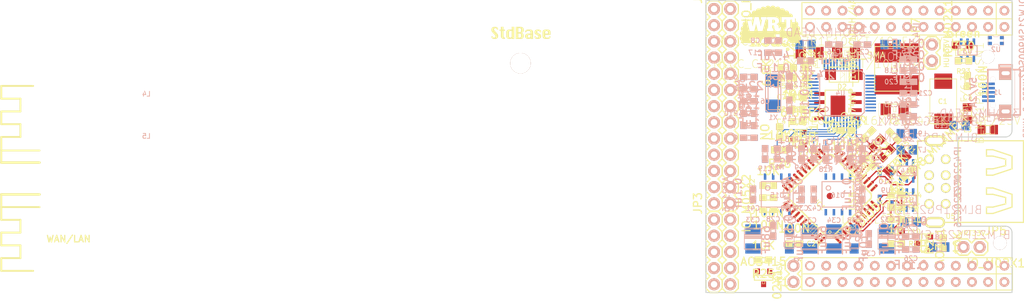
<source format=kicad_pcb>
(kicad_pcb (version 3) (host pcbnew "(2013-03-19 BZR 4004)-stable")
  (layers (15 F.Cu signal) (0 B.Cu signal hide) (18 B.Paste user) (19 F.Paste user) (20 B.SilkS user hide) (21 F.SilkS user) (22 B.Mask user) (23 F.Mask user hide) (28 Edge.Cuts user))
  (net 0 "")
  (net 1 +3.3V)
  (net 2 +5V)
  (net 3 /ATMEGA32U4/A0)
  (net 4 /ATMEGA32U4/A1)
  (net 5 /ATMEGA32U4/A2)
  (net 6 /ATMEGA32U4/A3)
  (net 7 /ATMEGA32U4/A4)
  (net 8 /ATMEGA32U4/A5)
  (net 9 /ATMEGA32U4/AREF)
  (net 10 /ATMEGA32U4/AVCC)
  (net 11 /ATMEGA32U4/D0/RX)
  (net 12 /ATMEGA32U4/D1/TX)
  (net 13 /ATMEGA32U4/D2/SDA)
  (net 14 /ATMEGA32U4/D3/SCL)
  (net 15 /ATMEGA32U4/D4)
  (net 16 /ATMEGA32U4/D5*)
  (net 17 /ATMEGA32U4/D6*)
  (net 18 /ATMEGA32U4/D7)
  (net 19 /ATMEGA32U4/HWB)
  (net 20 /ATMEGA32U4/IO10*)
  (net 21 /ATMEGA32U4/IO11*)
  (net 22 /ATMEGA32U4/IO12)
  (net 23 /ATMEGA32U4/IO13*)
  (net 24 /ATMEGA32U4/IO8)
  (net 25 /ATMEGA32U4/IO9*)
  (net 26 /ATMEGA32U4/MCU5V)
  (net 27 /ATMEGA32U4/MISO)
  (net 28 /ATMEGA32U4/MOSI)
  (net 29 /ATMEGA32U4/RESET)
  (net 30 /ATMEGA32U4/SCK)
  (net 31 /ATMEGA32U4/UGND)
  (net 32 /ATMEGA32U4/VBUS4)
  (net 33 /I2C_SCLK)
  (net 34 /I2C_SD)
  (net 35 /MCU5V)
  (net 36 /SPI_CLK)
  (net 37 /SPI_CS1)
  (net 38 /SPI_HOLD)
  (net 39 /SPI_MISO)
  (net 40 /SPI_MOSI)
  (net 41 /SPI_WP)
  (net 42 /WLED_N)
  (net 43 /WRT33V)
  (net 44 /uPD720114/D+)
  (net 45 /uPD720114/D-)
  (net 46 /uPD720114/DP+)
  (net 47 /uPD720114/DP-)
  (net 48 /uPD720114/HUB33V)
  (net 49 /uPD720114/VBUS1)
  (net 50 /uPD720114/VBUS2)
  (net 51 /uPD720114/VBUS3)
  (net 52 AGND)
  (net 53 GND)
  (net 54 N-000001)
  (net 55 N-00000102)
  (net 56 N-00000103)
  (net 57 N-00000104)
  (net 58 N-00000107)
  (net 59 N-00000108)
  (net 60 N-00000111)
  (net 61 N-00000112)
  (net 62 N-00000113)
  (net 63 N-00000114)
  (net 64 N-00000117)
  (net 65 N-0000012)
  (net 66 N-0000013)
  (net 67 N-00000140)
  (net 68 N-00000141)
  (net 69 N-0000018)
  (net 70 N-0000019)
  (net 71 N-0000020)
  (net 72 N-0000021)
  (net 73 N-0000022)
  (net 74 N-0000023)
  (net 75 N-0000024)
  (net 76 N-0000028)
  (net 77 N-0000053)
  (net 78 N-0000071)
  (net 79 N-0000072)
  (net 80 N-0000073)
  (net 81 N-0000074)
  (net 82 N-0000075)
  (net 83 N-0000076)
  (net 84 N-0000077)
  (net 85 N-0000078)
  (net 86 N-0000079)
  (net 87 N-0000080)
  (net 88 N-0000081)
  (net 89 N-0000082)
  (net 90 N-0000083)
  (net 91 N-0000084)
  (net 92 N-0000085)
  (net 93 N-0000087)
  (net 94 N-0000088)
  (net 95 N-0000093)
  (net 96 N-0000094)
  (net 97 N-0000095)
  (net 98 N-0000096)
  (net 99 N-0000097)
  (net 100 N-0000098)
  (net 101 N-0000099)
  (module rcl-L7070 (layer F.Cu) (at 187.96 60.325 90)
    (fp_text reference L1 (at 0 0.635 360) (layer F.SilkS) (effects (font (size 0.762 0.762) (thickness 0.127))))
    (fp_text value CDRH74NP-100MC/10uH/4A (at 0 -6 90) (layer F.SilkS))
    (pad 1 smd rect (at -2.5 1 90) (size 3 7) (layers F.Cu F.Paste F.Mask) (net 73 N-0000022))
    (pad 2 smd rect (at 2.5 1 90) (size 3 7) (layers F.Cu F.Paste F.Mask) (net 1 +3.3V))
  )
  (module rcl-C1206 (layer F.Cu) (at 180.975 57.785 180)
    (fp_text reference C10 (at 0 -1.651 180) (layer F.SilkS) (effects (font (size 0.762 0.762) (thickness 0.127))))
    (fp_text value MLCC_C3216X7R1E106KT/10uF/4.5V (at 2.54 1.778 180) (layer F.SilkS) (effects (font (size 1.27 1.27) (thickness 0.0889))))
    (pad 1 smd rect (at -1.39954 0 180) (size 1.59766 1.79832) (layers F.Cu F.Paste F.Mask) (net 1 +3.3V))
    (pad 2 smd rect (at 1.39954 0 180) (size 1.59766 1.79832) (layers F.Cu F.Paste F.Mask) (net 53 GND))
  )
  (module rcl-C1206 (layer F.Cu) (at 188.595 66.675)
    (fp_text reference C2 (at 0 1.905) (layer F.SilkS) (effects (font (size 0.762 0.762) (thickness 0.127))))
    (fp_text value MLCC_C3216X7R1E475K/4.7uF/25V (at 2.54 1.778) (layer F.SilkS) (effects (font (size 1.27 1.27) (thickness 0.0889))))
    (pad 1 smd rect (at -1.39954 0) (size 1.59766 1.79832) (layers F.Cu F.Paste F.Mask) (net 2 +5V))
    (pad 2 smd rect (at 1.39954 0) (size 1.59766 1.79832) (layers F.Cu F.Paste F.Mask) (net 53 GND))
  )
  (module IC_MP1484EN_SOIC08 (layer F.Cu) (at 179.705 66.167 90)
    (fp_text reference U1 (at -3.683 -0.635 360) (layer F.SilkS) (effects (font (size 0.762 0.762) (thickness 0.127))))
    (fp_text value IC_MP1484EN_SOIC08 (at -0.4 -5.3 90) (layer F.SilkS))
    (pad 1 smd rect (at -1.905 2.921 90) (size 0.6 1.6) (layers F.Cu F.Paste F.Mask) (net 74 N-0000023))
    (pad 2 smd rect (at -0.635 2.921 90) (size 0.6 1.6) (layers F.Cu F.Paste F.Mask) (net 2 +5V))
    (pad 3 smd rect (at 0.635 2.921 90) (size 0.6 1.6) (layers F.Cu F.Paste F.Mask) (net 73 N-0000022))
    (pad 4 smd rect (at 1.905 2.921 90) (size 0.6 1.6) (layers F.Cu F.Paste F.Mask) (net 53 GND))
    (pad 5 smd rect (at 1.905 -2.921 90) (size 0.6 1.6) (layers F.Cu F.Paste F.Mask) (net 69 N-0000018))
    (pad 6 smd rect (at 0.635 -2.921 90) (size 0.6 1.6) (layers F.Cu F.Paste F.Mask) (net 71 N-0000020))
    (pad 7 smd rect (at -0.635 -2.921 90) (size 0.6 1.6) (layers F.Cu F.Paste F.Mask) (net 66 N-0000013))
    (pad 8 smd rect (at -1.905 -2.921 90) (size 0.6 1.6) (layers F.Cu F.Paste F.Mask) (net 72 N-0000021))
    (pad 9 smd rect (at 0 0 90) (size 3.3 2.3) (layers F.Cu F.Paste F.Mask) (net 53 GND))
  )
  (module C_R_0603 (layer F.Cu) (at 172.72 60.96 90)
    (fp_text reference R6 (at -2.032 0 360) (layer F.SilkS) (effects (font (size 0.762 0.762) (thickness 0.127))))
    (fp_text value 10K/1% (at 0 2.286 90) (layer F.SilkS) (effects (font (size 1.27 1.27) (thickness 0.2032))))
    (pad 1 smd rect (at -0.84836 0 90) (size 0.99822 1.09982) (layers F.Cu F.Adhes F.Paste F.SilkS F.Mask) (net 69 N-0000018))
    (pad 2 smd rect (at 0.84836 0 90) (size 0.99822 1.09982) (layers F.Cu F.Adhes F.Paste F.SilkS F.Mask) (net 53 GND))
  )
  (module C_R_0603 (layer F.Cu) (at 173.355 66.675 180)
    (fp_text reference R2 (at 2.54 0 180) (layer F.SilkS) (effects (font (size 0.762 0.762) (thickness 0.127))))
    (fp_text value 100K (at 0 2.286 180) (layer F.SilkS) (effects (font (size 1.27 1.27) (thickness 0.2032))))
    (pad 1 smd rect (at -0.84836 0 180) (size 0.99822 1.09982) (layers F.Cu F.Adhes F.Paste F.SilkS F.Mask) (net 66 N-0000013))
    (pad 2 smd rect (at 0.84836 0 180) (size 0.99822 1.09982) (layers F.Cu F.Adhes F.Paste F.SilkS F.Mask) (net 2 +5V))
  )
  (module C_R_0603 (layer F.Cu) (at 170.815 60.96 270)
    (fp_text reference R5 (at 2.032 0 540) (layer F.SilkS) (effects (font (size 0.762 0.762) (thickness 0.127))))
    (fp_text value 6.8K (at 0 2.286 270) (layer F.SilkS) (effects (font (size 1.27 1.27) (thickness 0.2032))))
    (pad 1 smd rect (at -0.84836 0 270) (size 0.99822 1.09982) (layers F.Cu F.Adhes F.Paste F.SilkS F.Mask) (net 53 GND))
    (pad 2 smd rect (at 0.84836 0 270) (size 0.99822 1.09982) (layers F.Cu F.Adhes F.Paste F.SilkS F.Mask) (net 70 N-0000019))
  )
  (module C_R_0603 (layer F.Cu) (at 174.625 60.96 270)
    (fp_text reference R7 (at 2.032 0 540) (layer F.SilkS) (effects (font (size 0.762 0.762) (thickness 0.127))))
    (fp_text value 26.1K/1% (at 0 2.286 270) (layer F.SilkS) (effects (font (size 1.27 1.27) (thickness 0.2032))))
    (pad 1 smd rect (at -0.84836 0 270) (size 0.99822 1.09982) (layers F.Cu F.Adhes F.Paste F.SilkS F.Mask) (net 1 +3.3V))
    (pad 2 smd rect (at 0.84836 0 270) (size 0.99822 1.09982) (layers F.Cu F.Adhes F.Paste F.SilkS F.Mask) (net 69 N-0000018))
  )
  (module C_C_0603 (layer F.Cu) (at 180.975 69.977)
    (fp_text reference C9 (at -2.286 0) (layer F.SilkS) (effects (font (size 0.762 0.762) (thickness 0.127))))
    (fp_text value 10NF (at 0 2.413) (layer F.SilkS) (effects (font (size 1.27 1.27) (thickness 0.2032))))
    (pad 1 smd rect (at -0.84836 0) (size 1.09982 0.99822) (layers F.Cu F.Adhes F.Paste F.SilkS F.Mask) (net 74 N-0000023))
    (pad 2 smd rect (at 0.84836 0) (size 1.09982 0.99822) (layers F.Cu F.Adhes F.Paste F.SilkS F.Mask) (net 73 N-0000022))
  )
  (module C_C_0603 (layer F.Cu) (at 173.355 64.77)
    (fp_text reference C7 (at -2.54 0) (layer F.SilkS) (effects (font (size 0.762 0.762) (thickness 0.127))))
    (fp_text value 6.8NF (at 0 2.413) (layer F.SilkS) (effects (font (size 1.27 1.27) (thickness 0.2032))))
    (pad 1 smd rect (at -0.84836 0) (size 1.09982 0.99822) (layers F.Cu F.Adhes F.Paste F.SilkS F.Mask) (net 70 N-0000019))
    (pad 2 smd rect (at 0.84836 0) (size 1.09982 0.99822) (layers F.Cu F.Adhes F.Paste F.SilkS F.Mask) (net 71 N-0000020))
  )
  (module C_C_0603 (layer F.Cu) (at 173.355 68.58)
    (fp_text reference C4 (at -2.54 0) (layer F.SilkS) (effects (font (size 0.762 0.762) (thickness 0.127))))
    (fp_text value 0.1UF (at 0 2.413) (layer F.SilkS) (effects (font (size 1.27 1.27) (thickness 0.2032))))
    (pad 1 smd rect (at -0.84836 0) (size 1.09982 0.99822) (layers F.Cu F.Adhes F.Paste F.SilkS F.Mask) (net 53 GND))
    (pad 2 smd rect (at 0.84836 0) (size 1.09982 0.99822) (layers F.Cu F.Adhes F.Paste F.SilkS F.Mask) (net 72 N-0000021))
  )
  (module C_CPOL_SMCE (layer F.Cu) (at 196.215 65.405 90)
    (fp_text reference C1 (at -0.0254 -0.0762 180) (layer F.SilkS) (effects (font (size 0.762 0.762) (thickness 0.127))))
    (fp_text value 470uF/6.3V (at 0.508 3.302 90) (layer F.SilkS) (effects (font (size 1.016 1.016) (thickness 0.0889))))
    (pad 1 smd rect (at -3.1496 0 90) (size 2.39776 2.79908) (layers F.Cu F.Paste F.Mask) (net 2 +5V))
    (pad 2 smd rect (at 3.1496 0 90) (size 2.39776 2.79908) (layers F.Cu F.Paste F.Mask) (net 53 GND))
  )
  (module UPD720114-QFP48 (layer B.Cu) (at 180.34 64.135 90)
    (fp_text reference U4 (at 0 -0.254 180) (layer B.SilkS) (effects (font (size 0.762 0.762) (thickness 0.127)) (justify mirror)))
    (fp_text value UPD720114-QFP48 (at -0.2 10.4 90) (layer B.SilkS) (effects (justify mirror)))
    (pad 1 smd rect (at -2.75 -4.5 90) (size 0.25 1.65) (layers B.Cu B.Paste B.Mask) (net 61 N-00000112))
    (pad 2 smd rect (at -2.25 -4.5 90) (size 0.25 1.65) (layers B.Cu B.Paste B.Mask) (net 53 GND))
    (pad 3 smd rect (at -1.75 -4.5 90) (size 0.25 1.65) (layers B.Cu B.Paste B.Mask) (net 53 GND))
    (pad 4 smd rect (at -1.25 -4.5 90) (size 0.25 1.65) (layers B.Cu B.Paste B.Mask) (net 53 GND))
    (pad 5 smd rect (at -0.75 -4.5 90) (size 0.25 1.65) (layers B.Cu B.Paste B.Mask) (net 53 GND))
    (pad 6 smd rect (at -0.25 -4.5 90) (size 0.25 1.65) (layers B.Cu B.Paste B.Mask) (net 53 GND))
    (pad 7 smd rect (at 0.25 -4.5 90) (size 0.25 1.65) (layers B.Cu B.Paste B.Mask) (net 85 N-0000078))
    (pad 8 smd rect (at 0.75 -4.5 90) (size 0.25 1.65) (layers B.Cu B.Paste B.Mask) (net 85 N-0000078))
    (pad 9 smd rect (at 1.25 -4.5 90) (size 0.25 1.65) (layers B.Cu B.Paste B.Mask) (net 48 /uPD720114/HUB33V))
    (pad 10 smd rect (at 1.75 -4.5 90) (size 0.25 1.65) (layers B.Cu B.Paste B.Mask) (net 56 N-00000103))
    (pad 11 smd rect (at 2.25 -4.5 90) (size 0.25 1.65) (layers B.Cu B.Paste B.Mask) (net 79 N-0000072))
    (pad 12 smd rect (at 2.75 -4.5 90) (size 0.25 1.65) (layers B.Cu B.Paste B.Mask) (net 61 N-00000112))
    (pad 13 smd rect (at 4.5 -2.75 90) (size 1.65 0.25) (layers B.Cu B.Paste B.Mask) (net 48 /uPD720114/HUB33V))
    (pad 14 smd rect (at 4.5 -2.25 90) (size 1.65 0.25) (layers B.Cu B.Paste B.Mask) (net 53 GND))
    (pad 15 smd rect (at 4.5 -1.75 90) (size 1.65 0.25) (layers B.Cu B.Paste B.Mask) (net 82 N-0000075))
    (pad 16 smd rect (at 4.5 -1.25 90) (size 1.65 0.25) (layers B.Cu B.Paste B.Mask) (net 62 N-00000113))
    (pad 17 smd rect (at 4.5 -0.75 90) (size 1.65 0.25) (layers B.Cu B.Paste B.Mask) (net 63 N-00000114))
    (pad 18 smd rect (at 4.5 -0.25 90) (size 1.65 0.25) (layers B.Cu B.Paste B.Mask) (net 62 N-00000113))
    (pad 19 smd rect (at 4.5 0.25 90) (size 1.65 0.25) (layers B.Cu B.Paste B.Mask) (net 63 N-00000114))
    (pad 20 smd rect (at 4.5 0.75 90) (size 1.65 0.25) (layers B.Cu B.Paste B.Mask) (net 48 /uPD720114/HUB33V))
    (pad 21 smd rect (at 4.5 1.25 90) (size 1.65 0.25) (layers B.Cu B.Paste B.Mask) (net 81 N-0000074))
    (pad 22 smd rect (at 4.5 1.75 90) (size 1.65 0.25) (layers B.Cu B.Paste B.Mask) (net 80 N-0000073))
    (pad 23 smd rect (at 4.5 2.25 90) (size 1.65 0.25) (layers B.Cu B.Paste B.Mask) (net 53 GND))
    (pad 24 smd rect (at 4.5 2.75 90) (size 1.65 0.25) (layers B.Cu B.Paste B.Mask) (net 61 N-00000112))
    (pad 25 smd rect (at 2.75 4.5 90) (size 0.25 1.65) (layers B.Cu B.Paste B.Mask) (net 47 /uPD720114/DP-))
    (pad 26 smd rect (at 2.25 4.5 90) (size 0.25 1.65) (layers B.Cu B.Paste B.Mask) (net 46 /uPD720114/DP+))
    (pad 27 smd rect (at 1.75 4.5 90) (size 0.25 1.65) (layers B.Cu B.Paste B.Mask) (net 53 GND))
    (pad 28 smd rect (at 1.25 4.5 90) (size 0.25 1.65) (layers B.Cu B.Paste B.Mask))
    (pad 29 smd rect (at 0.75 4.5 90) (size 0.25 1.65) (layers B.Cu B.Paste B.Mask))
    (pad 30 smd rect (at 0.25 4.5 90) (size 0.25 1.65) (layers B.Cu B.Paste B.Mask) (net 48 /uPD720114/HUB33V))
    (pad 31 smd rect (at -0.25 4.5 90) (size 0.25 1.65) (layers B.Cu B.Paste B.Mask) (net 96 N-0000094))
    (pad 32 smd rect (at -0.75 4.5 90) (size 0.25 1.65) (layers B.Cu B.Paste B.Mask) (net 97 N-0000095))
    (pad 33 smd rect (at -1.25 4.5 90) (size 0.25 1.65) (layers B.Cu B.Paste B.Mask) (net 61 N-00000112))
    (pad 34 smd rect (at -1.75 4.5 90) (size 0.25 1.65) (layers B.Cu B.Paste B.Mask) (net 58 N-00000107))
    (pad 35 smd rect (at -2.25 4.5 90) (size 0.25 1.65) (layers B.Cu B.Paste B.Mask) (net 95 N-0000093))
    (pad 36 smd rect (at -2.75 4.5 90) (size 0.25 1.65) (layers B.Cu B.Paste B.Mask) (net 53 GND))
    (pad 37 smd rect (at -4.5 2.75 90) (size 1.65 0.25) (layers B.Cu B.Paste B.Mask) (net 83 N-0000076))
    (pad 38 smd rect (at -4.5 2.25 90) (size 1.65 0.25) (layers B.Cu B.Paste B.Mask) (net 86 N-0000079))
    (pad 39 smd rect (at -4.5 1.75 90) (size 1.65 0.25) (layers B.Cu B.Paste B.Mask) (net 91 N-0000084))
    (pad 40 smd rect (at -4.5 1.25 90) (size 1.65 0.25) (layers B.Cu B.Paste B.Mask) (net 92 N-0000085))
    (pad 41 smd rect (at -4.5 0.75 90) (size 1.65 0.25) (layers B.Cu B.Paste B.Mask) (net 84 N-0000077))
    (pad 42 smd rect (at -4.5 0.25 90) (size 1.65 0.25) (layers B.Cu B.Paste B.Mask) (net 53 GND))
    (pad 43 smd rect (at -4.5 -0.25 90) (size 1.65 0.25) (layers B.Cu B.Paste B.Mask) (net 89 N-0000082))
    (pad 44 smd rect (at -4.5 -0.75 90) (size 1.65 0.25) (layers B.Cu B.Paste B.Mask) (net 88 N-0000081))
    (pad 45 smd rect (at -4.5 -1.25 90) (size 1.65 0.25) (layers B.Cu B.Paste B.Mask) (net 90 N-0000083))
    (pad 46 smd rect (at -4.5 -1.75 90) (size 1.65 0.25) (layers B.Cu B.Paste B.Mask) (net 87 N-0000080))
    (pad 47 smd rect (at -4.5 -2.25 90) (size 1.65 0.25) (layers B.Cu B.Paste B.Mask) (net 78 N-0000071))
    (pad 48 smd rect (at -4.5 -2.75 90) (size 1.65 0.25) (layers B.Cu B.Paste B.Mask) (net 48 /uPD720114/HUB33V))
  )
  (module rcl-L0805 (layer B.Cu) (at 174.625 56.515)
    (fp_text reference L5 hide)
    (fp_text value 32OHM/BEAD (at 3.175 -1.905) (layer B.SilkS) (effects (font (size 1.27 1.27) (thickness 0.0889)) (justify mirror)))
    (pad 1 smd rect (at -0.94996 0) (size 1.29794 1.4986) (layers B.Cu B.Paste B.Mask) (net 53 GND))
    (pad 2 smd rect (at 0.94996 0) (size 1.29794 1.4986) (layers B.Cu B.Paste B.Mask) (net 62 N-00000113))
  )
  (module rcl-L0805 (layer B.Cu) (at 191.135 84.328)
    (fp_text reference L6 (at 2.4765 0) (layer B.SilkS) (effects (font (size 0.762 0.762) (thickness 0.127)) (justify mirror)))
    (fp_text value BLM21PG221SN1 (at 3.175 -1.905) (layer B.SilkS) (effects (font (size 1.27 1.27) (thickness 0.0889)) (justify mirror)))
    (pad 1 smd rect (at -0.94996 0) (size 1.29794 1.4986) (layers B.Cu B.Paste B.Mask) (net 50 /uPD720114/VBUS2))
    (pad 2 smd rect (at 0.94996 0) (size 1.29794 1.4986) (layers B.Cu B.Paste B.Mask) (net 100 N-0000098))
  )
  (module rcl-L0805 (layer B.Cu) (at 190.5 73.025)
    (fp_text reference L7 (at 2.413 0) (layer B.SilkS) (effects (font (size 0.762 0.762) (thickness 0.127)) (justify mirror)))
    (fp_text value BLM21PG221SN1 (at 3.175 -1.905) (layer B.SilkS) (effects (font (size 1.27 1.27) (thickness 0.0889)) (justify mirror)))
    (pad 1 smd rect (at -0.94996 0) (size 1.29794 1.4986) (layers B.Cu B.Paste B.Mask) (net 53 GND))
    (pad 2 smd rect (at 0.94996 0) (size 1.29794 1.4986) (layers B.Cu B.Paste B.Mask) (net 101 N-0000099))
  )
  (module rcl-L0805 (layer B.Cu) (at 195.58 88.265)
    (fp_text reference L8 (at 0 -1.524) (layer B.SilkS) (effects (font (size 0.762 0.762) (thickness 0.127)) (justify mirror)))
    (fp_text value BLM21PG221SN1 (at 3.175 -1.905) (layer B.SilkS) (effects (font (size 1.27 1.27) (thickness 0.0889)) (justify mirror)))
    (pad 1 smd rect (at -0.94996 0) (size 1.29794 1.4986) (layers B.Cu B.Paste B.Mask) (net 49 /uPD720114/VBUS1))
    (pad 2 smd rect (at 0.94996 0) (size 1.29794 1.4986) (layers B.Cu B.Paste B.Mask) (net 99 N-0000097))
  )
  (module rcl-L0805 (layer B.Cu) (at 187.96 56.515 180)
    (fp_text reference L4 hide)
    (fp_text value 32OHM/BEAD (at 3.175 -1.905 180) (layer B.SilkS) (effects (font (size 1.27 1.27) (thickness 0.0889)) (justify mirror)))
    (pad 1 smd rect (at -0.94996 0 180) (size 1.29794 1.4986) (layers B.Cu B.Paste B.Mask) (net 61 N-00000112))
    (pad 2 smd rect (at 0.94996 0 180) (size 1.29794 1.4986) (layers B.Cu B.Paste B.Mask) (net 63 N-00000114))
  )
  (module rcl-L0805 (layer B.Cu) (at 190.5 70.485)
    (fp_text reference L9 (at 2.413 0) (layer B.SilkS) (effects (font (size 0.762 0.762) (thickness 0.127)) (justify mirror)))
    (fp_text value BLM21PG221SN1 (at 3.175 -1.905) (layer B.SilkS) (effects (font (size 1.27 1.27) (thickness 0.0889)) (justify mirror)))
    (pad 1 smd rect (at -0.94996 0) (size 1.29794 1.4986) (layers B.Cu B.Paste B.Mask) (net 53 GND))
    (pad 2 smd rect (at 0.94996 0) (size 1.29794 1.4986) (layers B.Cu B.Paste B.Mask) (net 98 N-0000096))
  )
  (module rcl-L0805 (layer F.Cu) (at 203.2 69.85 180)
    (fp_text reference L2 hide)
    (fp_text value 32OHM/BEAD (at 3.175 1.905 180) (layer B.SilkS) (effects (font (size 1.27 1.27) (thickness 0.0889))))
    (pad 1 smd rect (at -0.94996 0 180) (size 1.29794 1.4986) (layers F.Cu F.Paste F.Mask) (net 76 N-0000028))
    (pad 2 smd rect (at 0.94996 0 180) (size 1.29794 1.4986) (layers F.Cu F.Paste F.Mask) (net 53 GND))
  )
  (module rcl-L0805 (layer F.Cu) (at 200.025 67.31 90)
    (fp_text reference L3 (at -2.54 0 360) (layer F.SilkS) (effects (font (size 0.762 0.762) (thickness 0.127))))
    (fp_text value BLM21PG221SN1 (at 3.175 1.905 90) (layer F.SilkS) (effects (font (size 1.27 1.27) (thickness 0.0889))))
    (pad 1 smd rect (at -0.94996 0 90) (size 1.29794 1.4986) (layers F.Cu F.Paste F.Mask) (net 54 N-000001))
    (pad 2 smd rect (at 0.94996 0 90) (size 1.29794 1.4986) (layers F.Cu F.Paste F.Mask) (net 2 +5V))
  )
  (module rcl-L0805 (layer B.Cu) (at 198.755 69.215)
    (fp_text reference L15 (at -2.794 0) (layer B.SilkS) (effects (font (size 0.762 0.762) (thickness 0.127)) (justify mirror)))
    (fp_text value 32OHM/BEAD (at 3.175 -1.905) (layer B.SilkS) (effects (font (size 1.27 1.27) (thickness 0.0889)) (justify mirror)))
    (pad 1 smd rect (at -0.94996 0) (size 1.29794 1.4986) (layers B.Cu B.Paste B.Mask) (net 93 N-0000087))
    (pad 2 smd rect (at 0.94996 0) (size 1.29794 1.4986) (layers B.Cu B.Paste B.Mask) (net 53 GND))
  )
  (module IO_FM13X2 (layer F.Cu) (at 205.8 91.2)
    (fp_text reference JP1 hide)
    (fp_text value IO_FM13X2 hide)
    (pad 1 thru_hole circle (at 0 0 180) (size 1.524 1.524) (drill 0.812799) (layers *.Cu *.Paste *.SilkS *.Mask) (net 77 N-0000053))
    (pad 2 thru_hole circle (at 0 2.54 180) (size 1.524 1.524) (drill 0.812799) (layers *.Cu *.Paste *.SilkS *.Mask) (net 77 N-0000053))
    (pad 3 thru_hole circle (at -2.54 0 180) (size 1.524 1.524) (drill 0.812799) (layers *.Cu *.Paste *.SilkS *.Mask) (net 53 GND))
    (pad 4 thru_hole circle (at -2.54 2.54 180) (size 1.524 1.524) (drill 0.812799) (layers *.Cu *.Paste *.SilkS *.Mask) (net 53 GND))
    (pad 5 thru_hole circle (at -5.08 0 180) (size 1.524 1.524) (drill 0.812799) (layers *.Cu *.Paste *.SilkS *.Mask) (net 53 GND))
    (pad 6 thru_hole circle (at -5.08 2.54 180) (size 1.524 1.524) (drill 0.812799) (layers *.Cu *.Paste *.SilkS *.Mask) (net 42 /WLED_N))
    (pad 7 thru_hole circle (at -7.62 0 180) (size 1.524 1.524) (drill 0.812799) (layers *.Cu *.Paste *.SilkS *.Mask))
    (pad 8 thru_hole circle (at -7.62 2.54 180) (size 1.524 1.524) (drill 0.812799) (layers *.Cu *.Paste *.SilkS *.Mask))
    (pad 9 thru_hole circle (at -10.16 0 180) (size 1.524 1.524) (drill 0.812799) (layers *.Cu *.Paste *.SilkS *.Mask) (net 39 /SPI_MISO))
    (pad 10 thru_hole circle (at -10.16 2.54 180) (size 1.524 1.524) (drill 0.812799) (layers *.Cu *.Paste *.SilkS *.Mask) (net 40 /SPI_MOSI))
    (pad 11 thru_hole circle (at -12.7 0 180) (size 1.524 1.524) (drill 0.812799) (layers *.Cu *.Paste *.SilkS *.Mask) (net 41 /SPI_WP))
    (pad 12 thru_hole circle (at -12.7 2.54 180) (size 1.524 1.524) (drill 0.812799) (layers *.Cu *.Paste *.SilkS *.Mask) (net 38 /SPI_HOLD))
    (pad 13 thru_hole circle (at -15.24 0 180) (size 1.524 1.524) (drill 0.812799) (layers *.Cu *.Paste *.SilkS *.Mask) (net 36 /SPI_CLK))
    (pad 14 thru_hole circle (at -15.24 2.54 180) (size 1.524 1.524) (drill 0.812799) (layers *.Cu *.Paste *.SilkS *.Mask) (net 37 /SPI_CS1))
    (pad 15 thru_hole circle (at -17.78 0 180) (size 1.524 1.524) (drill 0.812799) (layers *.Cu *.Paste *.SilkS *.Mask) (net 33 /I2C_SCLK))
    (pad 16 thru_hole circle (at -17.78 2.54 180) (size 1.524 1.524) (drill 0.812799) (layers *.Cu *.Paste *.SilkS *.Mask) (net 34 /I2C_SD))
    (pad 17 thru_hole circle (at -20.32 0 180) (size 1.524 1.524) (drill 0.812799) (layers *.Cu *.Paste *.SilkS *.Mask))
    (pad 18 thru_hole circle (at -20.32 2.54 180) (size 1.524 1.524) (drill 0.812799) (layers *.Cu *.Paste *.SilkS *.Mask))
    (pad 19 thru_hole circle (at -22.86 0) (size 1.524 1.524) (drill 0.812799) (layers *.Cu *.Paste *.SilkS *.Mask))
    (pad 20 thru_hole circle (at -22.86 2.54) (size 1.524 1.524) (drill 0.812799) (layers *.Cu *.Paste *.SilkS *.Mask))
    (pad 21 thru_hole circle (at -25.4 0) (size 1.524 1.524) (drill 0.812799) (layers *.Cu *.Paste *.SilkS *.Mask) (net 53 GND))
    (pad 22 thru_hole circle (at -25.4 2.54) (size 1.524 1.524) (drill 0.812799) (layers *.Cu *.Paste *.SilkS *.Mask))
    (pad 23 thru_hole circle (at -27.94 0) (size 1.524 1.524) (drill 0.812799) (layers *.Cu *.Paste *.SilkS *.Mask))
    (pad 24 thru_hole circle (at -27.94 2.54) (size 1.524 1.524) (drill 0.812799) (layers *.Cu *.Paste *.SilkS *.Mask))
    (pad 25 thru_hole circle (at -30.48 0) (size 1.50622 1.50622) (drill 0.998218) (layers *.Cu *.Paste *.SilkS *.Mask))
    (pad 26 thru_hole circle (at -30.48 2.54) (size 1.50622 1.50622) (drill 0.998218) (layers *.Cu *.Paste *.SilkS *.Mask))
  )
  (module IO_FM13X2 (layer F.Cu) (at 205.8 51.2)
    (fp_text reference JP2 hide)
    (fp_text value IO_FM13X2 hide)
    (pad 1 thru_hole circle (at 0 0 180) (size 1.524 1.524) (drill 0.812799) (layers *.Cu *.Paste *.SilkS *.Mask) (net 53 GND))
    (pad 2 thru_hole circle (at 0 2.54 180) (size 1.524 1.524) (drill 0.812799) (layers *.Cu *.Paste *.SilkS *.Mask) (net 45 /uPD720114/D-))
    (pad 3 thru_hole circle (at -2.54 0 180) (size 1.524 1.524) (drill 0.812799) (layers *.Cu *.Paste *.SilkS *.Mask))
    (pad 4 thru_hole circle (at -2.54 2.54 180) (size 1.524 1.524) (drill 0.812799) (layers *.Cu *.Paste *.SilkS *.Mask) (net 44 /uPD720114/D+))
    (pad 5 thru_hole circle (at -5.08 0 180) (size 1.524 1.524) (drill 0.812799) (layers *.Cu *.Paste *.SilkS *.Mask))
    (pad 6 thru_hole circle (at -5.08 2.54 180) (size 1.524 1.524) (drill 0.812799) (layers *.Cu *.Paste *.SilkS *.Mask) (net 53 GND))
    (pad 7 thru_hole circle (at -7.62 0 180) (size 1.524 1.524) (drill 0.812799) (layers *.Cu *.Paste *.SilkS *.Mask))
    (pad 8 thru_hole circle (at -7.62 2.54 180) (size 1.524 1.524) (drill 0.812799) (layers *.Cu *.Paste *.SilkS *.Mask))
    (pad 9 thru_hole circle (at -10.16 0 180) (size 1.524 1.524) (drill 0.812799) (layers *.Cu *.Paste *.SilkS *.Mask))
    (pad 10 thru_hole circle (at -10.16 2.54 180) (size 1.524 1.524) (drill 0.812799) (layers *.Cu *.Paste *.SilkS *.Mask))
    (pad 11 thru_hole circle (at -12.7 0 180) (size 1.524 1.524) (drill 0.812799) (layers *.Cu *.Paste *.SilkS *.Mask))
    (pad 12 thru_hole circle (at -12.7 2.54 180) (size 1.524 1.524) (drill 0.812799) (layers *.Cu *.Paste *.SilkS *.Mask))
    (pad 13 thru_hole circle (at -15.24 0 180) (size 1.524 1.524) (drill 0.812799) (layers *.Cu *.Paste *.SilkS *.Mask))
    (pad 14 thru_hole circle (at -15.24 2.54 180) (size 1.524 1.524) (drill 0.812799) (layers *.Cu *.Paste *.SilkS *.Mask))
    (pad 15 thru_hole circle (at -17.78 0 180) (size 1.524 1.524) (drill 0.812799) (layers *.Cu *.Paste *.SilkS *.Mask))
    (pad 16 thru_hole circle (at -17.78 2.54 180) (size 1.524 1.524) (drill 0.812799) (layers *.Cu *.Paste *.SilkS *.Mask))
    (pad 17 thru_hole circle (at -20.32 0 180) (size 1.524 1.524) (drill 0.812799) (layers *.Cu *.Paste *.SilkS *.Mask))
    (pad 18 thru_hole circle (at -20.32 2.54 180) (size 1.524 1.524) (drill 0.812799) (layers *.Cu *.Paste *.SilkS *.Mask))
    (pad 19 thru_hole circle (at -22.86 0) (size 1.524 1.524) (drill 0.812799) (layers *.Cu *.Paste *.SilkS *.Mask))
    (pad 20 thru_hole circle (at -22.86 2.54) (size 1.524 1.524) (drill 0.812799) (layers *.Cu *.Paste *.SilkS *.Mask))
    (pad 21 thru_hole circle (at -25.4 0) (size 1.524 1.524) (drill 0.812799) (layers *.Cu *.Paste *.SilkS *.Mask))
    (pad 22 thru_hole circle (at -25.4 2.54) (size 1.524 1.524) (drill 0.812799) (layers *.Cu *.Paste *.SilkS *.Mask))
    (pad 23 thru_hole circle (at -27.94 0) (size 1.524 1.524) (drill 0.812799) (layers *.Cu *.Paste *.SilkS *.Mask))
    (pad 24 thru_hole circle (at -27.94 2.54) (size 1.524 1.524) (drill 0.812799) (layers *.Cu *.Paste *.SilkS *.Mask))
    (pad 25 thru_hole circle (at -30.48 0) (size 1.50622 1.50622) (drill 0.998218) (layers *.Cu *.Paste *.SilkS *.Mask))
    (pad 26 thru_hole circle (at -30.48 2.54) (size 1.50622 1.50622) (drill 0.998218) (layers *.Cu *.Paste *.SilkS *.Mask))
  )
  (module C_R_0603 (layer B.Cu) (at 165.735 67.31)
    (fp_text reference R10 (at -2.794 0) (layer B.SilkS) (effects (font (size 0.762 0.762) (thickness 0.127)) (justify mirror)))
    (fp_text value 15k (at 0 -2.286) (layer B.SilkS) (effects (font (size 1.27 1.27) (thickness 0.2032)) (justify mirror)))
    (pad 1 smd rect (at -0.84836 0) (size 0.99822 1.09982) (layers B.Cu B.Adhes B.Paste B.SilkS B.Mask) (net 53 GND))
    (pad 2 smd rect (at 0.84836 0) (size 0.99822 1.09982) (layers B.Cu B.Adhes B.Paste B.SilkS B.Mask) (net 78 N-0000071))
  )
  (module C_R_0603 (layer B.Cu) (at 174.625 59.055 180)
    (fp_text reference R11 (at 0 -1.27 180) (layer B.SilkS) (effects (font (size 0.762 0.762) (thickness 0.127)) (justify mirror)))
    (fp_text value 2.43k/1% (at 0 -2.286 180) (layer B.SilkS) (effects (font (size 1.27 1.27) (thickness 0.2032)) (justify mirror)))
    (pad 1 smd rect (at -0.84836 0 180) (size 0.99822 1.09982) (layers B.Cu B.Adhes B.Paste B.SilkS B.Mask) (net 62 N-00000113))
    (pad 2 smd rect (at 0.84836 0 180) (size 0.99822 1.09982) (layers B.Cu B.Adhes B.Paste B.SilkS B.Mask) (net 82 N-0000075))
  )
  (module C_R_0603 (layer B.Cu) (at 190.754 67.818)
    (fp_text reference R8 (at -2.667 0) (layer B.SilkS) (effects (font (size 0.762 0.762) (thickness 0.127)) (justify mirror)))
    (fp_text value 10K (at 0 -2.286) (layer B.SilkS) (effects (font (size 1.27 1.27) (thickness 0.2032)) (justify mirror)))
    (pad 1 smd rect (at -0.84836 0) (size 0.99822 1.09982) (layers B.Cu B.Adhes B.Paste B.SilkS B.Mask) (net 83 N-0000076))
    (pad 2 smd rect (at 0.84836 0) (size 0.99822 1.09982) (layers B.Cu B.Adhes B.Paste B.SilkS B.Mask) (net 1 +3.3V))
  )
  (module C_R_0603 (layer B.Cu) (at 165.735 69.215)
    (fp_text reference R9 (at -2.794 0) (layer B.SilkS) (effects (font (size 0.762 0.762) (thickness 0.127)) (justify mirror)))
    (fp_text value 10k (at 0 -2.286) (layer B.SilkS) (effects (font (size 1.27 1.27) (thickness 0.2032)) (justify mirror)))
    (pad 1 smd rect (at -0.84836 0) (size 0.99822 1.09982) (layers B.Cu B.Adhes B.Paste B.SilkS B.Mask) (net 2 +5V))
    (pad 2 smd rect (at 0.84836 0) (size 0.99822 1.09982) (layers B.Cu B.Adhes B.Paste B.SilkS B.Mask) (net 78 N-0000071))
  )
  (module C_R_0603 (layer B.Cu) (at 181.61 73.66 270)
    (fp_text reference R20 (at 2.032 0 360) (layer B.SilkS) (effects (font (size 0.762 0.762) (thickness 0.127)) (justify mirror)))
    (fp_text value 10K (at 0 -2.286 270) (layer B.SilkS) (effects (font (size 1.27 1.27) (thickness 0.2032)) (justify mirror)))
    (pad 1 smd rect (at -0.84836 0 270) (size 0.99822 1.09982) (layers B.Cu B.Adhes B.Paste B.SilkS B.Mask) (net 91 N-0000084))
    (pad 2 smd rect (at 0.84836 0 270) (size 0.99822 1.09982) (layers B.Cu B.Adhes B.Paste B.SilkS B.Mask) (net 48 /uPD720114/HUB33V))
  )
  (module C_R_0603 (layer B.Cu) (at 183.515 73.66 270)
    (fp_text reference R16 (at -2.159 0 360) (layer B.SilkS) (effects (font (size 0.762 0.762) (thickness 0.127)) (justify mirror)))
    (fp_text value 510K (at 0 -2.286 270) (layer B.SilkS) (effects (font (size 1.27 1.27) (thickness 0.2032)) (justify mirror)))
    (pad 1 smd rect (at -0.84836 0 270) (size 0.99822 1.09982) (layers B.Cu B.Adhes B.Paste B.SilkS B.Mask) (net 86 N-0000079))
    (pad 2 smd rect (at 0.84836 0 270) (size 0.99822 1.09982) (layers B.Cu B.Adhes B.Paste B.SilkS B.Mask) (net 48 /uPD720114/HUB33V))
  )
  (module C_R_0603 (layer B.Cu) (at 179.705 73.66 270)
    (fp_text reference R14 (at -2.159 0 360) (layer B.SilkS) (effects (font (size 0.762 0.762) (thickness 0.127)) (justify mirror)))
    (fp_text value 510K (at 0 -2.286 270) (layer B.SilkS) (effects (font (size 1.27 1.27) (thickness 0.2032)) (justify mirror)))
    (pad 1 smd rect (at -0.84836 0 270) (size 0.99822 1.09982) (layers B.Cu B.Adhes B.Paste B.SilkS B.Mask) (net 92 N-0000085))
    (pad 2 smd rect (at 0.84836 0 270) (size 0.99822 1.09982) (layers B.Cu B.Adhes B.Paste B.SilkS B.Mask) (net 48 /uPD720114/HUB33V))
  )
  (module C_R_0603 (layer B.Cu) (at 173.99 73.66 270)
    (fp_text reference R19 (at 2.159 0 360) (layer B.SilkS) (effects (font (size 0.762 0.762) (thickness 0.127)) (justify mirror)))
    (fp_text value 10K (at 0 -2.286 270) (layer B.SilkS) (effects (font (size 1.27 1.27) (thickness 0.2032)) (justify mirror)))
    (pad 1 smd rect (at -0.84836 0 270) (size 0.99822 1.09982) (layers B.Cu B.Adhes B.Paste B.SilkS B.Mask) (net 88 N-0000081))
    (pad 2 smd rect (at 0.84836 0 270) (size 0.99822 1.09982) (layers B.Cu B.Adhes B.Paste B.SilkS B.Mask) (net 48 /uPD720114/HUB33V))
  )
  (module C_R_0603 (layer B.Cu) (at 170.18 73.66 270)
    (fp_text reference R17 (at 2.032 0 360) (layer B.SilkS) (effects (font (size 0.762 0.762) (thickness 0.127)) (justify mirror)))
    (fp_text value 10K (at 0 -2.286 270) (layer B.SilkS) (effects (font (size 1.27 1.27) (thickness 0.2032)) (justify mirror)))
    (pad 1 smd rect (at -0.84836 0 270) (size 0.99822 1.09982) (layers B.Cu B.Adhes B.Paste B.SilkS B.Mask) (net 87 N-0000080))
    (pad 2 smd rect (at 0.84836 0 270) (size 0.99822 1.09982) (layers B.Cu B.Adhes B.Paste B.SilkS B.Mask) (net 48 /uPD720114/HUB33V))
  )
  (module C_R_0603 (layer B.Cu) (at 175.895 73.66 270)
    (fp_text reference R15 (at -2.286 0.254 360) (layer B.SilkS) (effects (font (size 0.762 0.762) (thickness 0.127)) (justify mirror)))
    (fp_text value 510K (at 0 -2.286 270) (layer B.SilkS) (effects (font (size 1.27 1.27) (thickness 0.2032)) (justify mirror)))
    (pad 1 smd rect (at -0.84836 0 270) (size 0.99822 1.09982) (layers B.Cu B.Adhes B.Paste B.SilkS B.Mask) (net 89 N-0000082))
    (pad 2 smd rect (at 0.84836 0 270) (size 0.99822 1.09982) (layers B.Cu B.Adhes B.Paste B.SilkS B.Mask) (net 48 /uPD720114/HUB33V))
  )
  (module C_R_0603 (layer B.Cu) (at 177.8 73.66 270)
    (fp_text reference R18 (at 2.413 0 360) (layer B.SilkS) (effects (font (size 0.762 0.762) (thickness 0.127)) (justify mirror)))
    (fp_text value 10K (at 0 -2.286 270) (layer B.SilkS) (effects (font (size 1.27 1.27) (thickness 0.2032)) (justify mirror)))
    (pad 1 smd rect (at -0.84836 0 270) (size 0.99822 1.09982) (layers B.Cu B.Adhes B.Paste B.SilkS B.Mask) (net 84 N-0000077))
    (pad 2 smd rect (at 0.84836 0 270) (size 0.99822 1.09982) (layers B.Cu B.Adhes B.Paste B.SilkS B.Mask) (net 48 /uPD720114/HUB33V))
  )
  (module C_R_0603 (layer F.Cu) (at 188.849 87.757 180)
    (fp_text reference R1 (at -2.667 0 180) (layer F.SilkS) (effects (font (size 0.762 0.762) (thickness 0.127))))
    (fp_text value 1M (at 0 2.286 180) (layer F.SilkS) (effects (font (size 1.27 1.27) (thickness 0.2032))))
    (pad 1 smd rect (at -0.84836 0 180) (size 0.99822 1.09982) (layers F.Cu F.Adhes F.Paste F.SilkS F.Mask) (net 53 GND))
    (pad 2 smd rect (at 0.84836 0 180) (size 0.99822 1.09982) (layers F.Cu F.Adhes F.Paste F.SilkS F.Mask) (net 52 AGND))
  )
  (module C_R_0603 (layer B.Cu) (at 172.085 62.23 90)
    (fp_text reference R12 (at -0.508 1.778 180) (layer B.SilkS) (effects (font (size 0.762 0.762) (thickness 0.127)) (justify mirror)))
    (fp_text value 33 (at 0 -2.286 90) (layer B.SilkS) (effects (font (size 1.27 1.27) (thickness 0.2032)) (justify mirror)))
    (pad 1 smd rect (at -0.84836 0 90) (size 0.99822 1.09982) (layers B.Cu B.Adhes B.Paste B.SilkS B.Mask) (net 79 N-0000072))
    (pad 2 smd rect (at 0.84836 0 90) (size 0.99822 1.09982) (layers B.Cu B.Adhes B.Paste B.SilkS B.Mask) (net 57 N-00000104))
  )
  (module C_R_0603 (layer B.Cu) (at 172.085 73.66 270)
    (fp_text reference R13 (at -2.286 -0.381 360) (layer B.SilkS) (effects (font (size 0.762 0.762) (thickness 0.127)) (justify mirror)))
    (fp_text value 510K (at 0 -2.286 270) (layer B.SilkS) (effects (font (size 1.27 1.27) (thickness 0.2032)) (justify mirror)))
    (pad 1 smd rect (at -0.84836 0 270) (size 0.99822 1.09982) (layers B.Cu B.Adhes B.Paste B.SilkS B.Mask) (net 90 N-0000083))
    (pad 2 smd rect (at 0.84836 0 270) (size 0.99822 1.09982) (layers B.Cu B.Adhes B.Paste B.SilkS B.Mask) (net 48 /uPD720114/HUB33V))
  )
  (module C_CRY_5.0-3.2 (layer B.Cu) (at 169.545 64.135 270)
    (fp_text reference X1 (at 3.81 0 360) (layer B.SilkS) (effects (font (size 0.762 0.762) (thickness 0.127)) (justify mirror)))
    (fp_text value 30MHz (at -0.09 4.95 270) (layer B.SilkS) (effects (justify mirror)))
    (pad 1 smd rect (at -2 0 270) (size 2 2.4) (layers B.Cu B.Paste B.Mask) (net 57 N-00000104))
    (pad 2 smd rect (at 2 0 270) (size 2 2.4) (layers B.Cu B.Paste B.Mask) (net 56 N-00000103))
  )
  (module C_C_0603 (layer B.Cu) (at 169.545 85.725 270)
    (fp_text reference C28 (at -1.8415 0 360) (layer B.SilkS) (effects (font (size 0.762 0.762) (thickness 0.127)) (justify mirror)))
    (fp_text value 0.1uF (at 0 -2.413 270) (layer B.SilkS) (effects (font (size 1.27 1.27) (thickness 0.2032)) (justify mirror)))
    (pad 1 smd rect (at -0.84836 0 270) (size 1.09982 0.99822) (layers B.Cu B.Adhes B.Paste B.SilkS B.Mask) (net 2 +5V))
    (pad 2 smd rect (at 0.84836 0 270) (size 1.09982 0.99822) (layers B.Cu B.Adhes B.Paste B.SilkS B.Mask) (net 53 GND))
  )
  (module C_C_0603 (layer F.Cu) (at 200.025 62.23 90)
    (fp_text reference C3 (at -2.54 0 360) (layer F.SilkS) (effects (font (size 0.762 0.762) (thickness 0.127))))
    (fp_text value 100N (at 0 2.413 90) (layer F.SilkS) (effects (font (size 1.27 1.27) (thickness 0.2032))))
    (pad 1 smd rect (at -0.84836 0 90) (size 1.09982 0.99822) (layers F.Cu F.Adhes F.Paste F.SilkS F.Mask) (net 2 +5V))
    (pad 2 smd rect (at 0.84836 0 90) (size 1.09982 0.99822) (layers F.Cu F.Adhes F.Paste F.SilkS F.Mask) (net 53 GND))
  )
  (module C_C_0603 (layer F.Cu) (at 168.783 82.423)
    (fp_text reference C5 (at -2.54 0 90) (layer F.SilkS) (effects (font (size 0.762 0.762) (thickness 0.127))))
    (fp_text value 100N (at 0 2.413) (layer F.SilkS) (effects (font (size 1.27 1.27) (thickness 0.2032))))
    (pad 1 smd rect (at -0.84836 0) (size 1.09982 0.99822) (layers F.Cu F.Adhes F.Paste F.SilkS F.Mask) (net 53 GND))
    (pad 2 smd rect (at 0.84836 0) (size 1.09982 0.99822) (layers F.Cu F.Adhes F.Paste F.SilkS F.Mask) (net 26 /ATMEGA32U4/MCU5V))
  )
  (module C_C_0603 (layer B.Cu) (at 184.531 86.995 270)
    (fp_text reference C30 (at 2.286 0 360) (layer B.SilkS) (effects (font (size 0.762 0.762) (thickness 0.127)) (justify mirror)))
    (fp_text value 0.1uF (at 0 -2.413 270) (layer B.SilkS) (effects (font (size 1.27 1.27) (thickness 0.2032)) (justify mirror)))
    (pad 1 smd rect (at -0.84836 0 270) (size 1.09982 0.99822) (layers B.Cu B.Adhes B.Paste B.SilkS B.Mask) (net 2 +5V))
    (pad 2 smd rect (at 0.84836 0 270) (size 1.09982 0.99822) (layers B.Cu B.Adhes B.Paste B.SilkS B.Mask) (net 53 GND))
  )
  (module C_C_0603 (layer B.Cu) (at 190.754 65.913 180)
    (fp_text reference C13 (at 2.667 0 180) (layer B.SilkS) (effects (font (size 0.762 0.762) (thickness 0.127)) (justify mirror)))
    (fp_text value 1uF (at 0 -2.413 180) (layer B.SilkS) (effects (font (size 1.27 1.27) (thickness 0.2032)) (justify mirror)))
    (pad 1 smd rect (at -0.84836 0 180) (size 1.09982 0.99822) (layers B.Cu B.Adhes B.Paste B.SilkS B.Mask) (net 53 GND))
    (pad 2 smd rect (at 0.84836 0 180) (size 1.09982 0.99822) (layers B.Cu B.Adhes B.Paste B.SilkS B.Mask) (net 83 N-0000076))
  )
  (module C_C_0603 (layer B.Cu) (at 190.754 64.135)
    (fp_text reference C21 (at 2.667 0) (layer B.SilkS) (effects (font (size 0.762 0.762) (thickness 0.127)) (justify mirror)))
    (fp_text value 0.1uF (at 0 -2.413) (layer B.SilkS) (effects (font (size 1.27 1.27) (thickness 0.2032)) (justify mirror)))
    (pad 1 smd rect (at -0.84836 0) (size 1.09982 0.99822) (layers B.Cu B.Adhes B.Paste B.SilkS B.Mask) (net 61 N-00000112))
    (pad 2 smd rect (at 0.84836 0) (size 1.09982 0.99822) (layers B.Cu B.Adhes B.Paste B.SilkS B.Mask) (net 53 GND))
  )
  (module C_C_0603 (layer B.Cu) (at 190.754 62.357)
    (fp_text reference C20 (at -2.667 0) (layer B.SilkS) (effects (font (size 0.762 0.762) (thickness 0.127)) (justify mirror)))
    (fp_text value 0.1uF (at 0 -2.413) (layer B.SilkS) (effects (font (size 1.27 1.27) (thickness 0.2032)) (justify mirror)))
    (pad 1 smd rect (at -0.84836 0) (size 1.09982 0.99822) (layers B.Cu B.Adhes B.Paste B.SilkS B.Mask) (net 61 N-00000112))
    (pad 2 smd rect (at 0.84836 0) (size 1.09982 0.99822) (layers B.Cu B.Adhes B.Paste B.SilkS B.Mask) (net 53 GND))
  )
  (module C_C_0603 (layer B.Cu) (at 169.545 57.785 180)
    (fp_text reference C17 (at 2.794 0 180) (layer B.SilkS) (effects (font (size 0.762 0.762) (thickness 0.127)) (justify mirror)))
    (fp_text value 0.1uF (at 0 -2.413 180) (layer B.SilkS) (effects (font (size 1.27 1.27) (thickness 0.2032)) (justify mirror)))
    (pad 1 smd rect (at -0.84836 0 180) (size 1.09982 0.99822) (layers B.Cu B.Adhes B.Paste B.SilkS B.Mask) (net 61 N-00000112))
    (pad 2 smd rect (at 0.84836 0 180) (size 1.09982 0.99822) (layers B.Cu B.Adhes B.Paste B.SilkS B.Mask) (net 53 GND))
  )
  (module C_C_0603 (layer B.Cu) (at 165.735 61.595 180)
    (fp_text reference C23 (at 2.794 0 180) (layer B.SilkS) (effects (font (size 0.762 0.762) (thickness 0.127)) (justify mirror)))
    (fp_text value 12p (at 0 -2.413 180) (layer B.SilkS) (effects (font (size 1.27 1.27) (thickness 0.2032)) (justify mirror)))
    (pad 1 smd rect (at -0.84836 0 180) (size 1.09982 0.99822) (layers B.Cu B.Adhes B.Paste B.SilkS B.Mask) (net 57 N-00000104))
    (pad 2 smd rect (at 0.84836 0 180) (size 1.09982 0.99822) (layers B.Cu B.Adhes B.Paste B.SilkS B.Mask) (net 53 GND))
  )
  (module C_C_0603 (layer B.Cu) (at 165.735 63.5 180)
    (fp_text reference C24 (at 2.794 0 180) (layer B.SilkS) (effects (font (size 0.762 0.762) (thickness 0.127)) (justify mirror)))
    (fp_text value 12p (at 0 -2.413 180) (layer B.SilkS) (effects (font (size 1.27 1.27) (thickness 0.2032)) (justify mirror)))
    (pad 1 smd rect (at -0.84836 0 180) (size 1.09982 0.99822) (layers B.Cu B.Adhes B.Paste B.SilkS B.Mask) (net 56 N-00000103))
    (pad 2 smd rect (at 0.84836 0 180) (size 1.09982 0.99822) (layers B.Cu B.Adhes B.Paste B.SilkS B.Mask) (net 53 GND))
  )
  (module C_C_0603 (layer B.Cu) (at 169.545 55.88 180)
    (fp_text reference C8 (at 2.794 0 180) (layer B.SilkS) (effects (font (size 0.762 0.762) (thickness 0.127)) (justify mirror)))
    (fp_text value 4.7uF (at 0 -2.413 180) (layer B.SilkS) (effects (font (size 1.27 1.27) (thickness 0.2032)) (justify mirror)))
    (pad 1 smd rect (at -0.84836 0 180) (size 1.09982 0.99822) (layers B.Cu B.Adhes B.Paste B.SilkS B.Mask) (net 61 N-00000112))
    (pad 2 smd rect (at 0.84836 0 180) (size 1.09982 0.99822) (layers B.Cu B.Adhes B.Paste B.SilkS B.Mask) (net 53 GND))
  )
  (module C_C_0603 (layer B.Cu) (at 179.07 56.515 180)
    (fp_text reference C16 (at 0 -1.143 180) (layer B.SilkS) (effects (font (size 0.762 0.762) (thickness 0.127)) (justify mirror)))
    (fp_text value 4.7uF (at 0 -2.413 180) (layer B.SilkS) (effects (font (size 1.27 1.27) (thickness 0.2032)) (justify mirror)))
    (pad 1 smd rect (at -0.84836 0 180) (size 1.09982 0.99822) (layers B.Cu B.Adhes B.Paste B.SilkS B.Mask) (net 63 N-00000114))
    (pad 2 smd rect (at 0.84836 0 180) (size 1.09982 0.99822) (layers B.Cu B.Adhes B.Paste B.SilkS B.Mask) (net 62 N-00000113))
  )
  (module C_C_0603 (layer B.Cu) (at 183.515 56.515)
    (fp_text reference C22 (at 0 1.143) (layer B.SilkS) (effects (font (size 0.762 0.762) (thickness 0.127)) (justify mirror)))
    (fp_text value 0.1uF (at 0 -2.413) (layer B.SilkS) (effects (font (size 1.27 1.27) (thickness 0.2032)) (justify mirror)))
    (pad 1 smd rect (at -0.84836 0) (size 1.09982 0.99822) (layers B.Cu B.Adhes B.Paste B.SilkS B.Mask) (net 63 N-00000114))
    (pad 2 smd rect (at 0.84836 0) (size 1.09982 0.99822) (layers B.Cu B.Adhes B.Paste B.SilkS B.Mask) (net 62 N-00000113))
  )
  (module C_C_0603 (layer B.Cu) (at 165.735 65.405)
    (fp_text reference C6 (at 2.54 0) (layer B.SilkS) (effects (font (size 0.762 0.762) (thickness 0.127)) (justify mirror)))
    (fp_text value 22uF (at 0 -2.413) (layer B.SilkS) (effects (font (size 1.27 1.27) (thickness 0.2032)) (justify mirror)))
    (pad 1 smd rect (at -0.84836 0) (size 1.09982 0.99822) (layers B.Cu B.Adhes B.Paste B.SilkS B.Mask) (net 53 GND))
    (pad 2 smd rect (at 0.84836 0) (size 1.09982 0.99822) (layers B.Cu B.Adhes B.Paste B.SilkS B.Mask) (net 61 N-00000112))
  )
  (module C_C_0603 (layer B.Cu) (at 168.275 73.66 270)
    (fp_text reference C19 (at 2.286 0 360) (layer B.SilkS) (effects (font (size 0.762 0.762) (thickness 0.127)) (justify mirror)))
    (fp_text value 4.7uF (at 0 -2.413 270) (layer B.SilkS) (effects (font (size 1.27 1.27) (thickness 0.2032)) (justify mirror)))
    (pad 1 smd rect (at -0.84836 0 270) (size 1.09982 0.99822) (layers B.Cu B.Adhes B.Paste B.SilkS B.Mask) (net 48 /uPD720114/HUB33V))
    (pad 2 smd rect (at 0.84836 0 270) (size 1.09982 0.99822) (layers B.Cu B.Adhes B.Paste B.SilkS B.Mask) (net 53 GND))
  )
  (module C_C_0603 (layer B.Cu) (at 190.754 60.579)
    (fp_text reference C18 (at -2.667 0) (layer B.SilkS) (effects (font (size 0.762 0.762) (thickness 0.127)) (justify mirror)))
    (fp_text value 0.1uF (at 0 -2.413) (layer B.SilkS) (effects (font (size 1.27 1.27) (thickness 0.2032)) (justify mirror)))
    (pad 1 smd rect (at -0.84836 0) (size 1.09982 0.99822) (layers B.Cu B.Adhes B.Paste B.SilkS B.Mask) (net 48 /uPD720114/HUB33V))
    (pad 2 smd rect (at 0.84836 0) (size 1.09982 0.99822) (layers B.Cu B.Adhes B.Paste B.SilkS B.Mask) (net 53 GND))
  )
  (module C_C_0603 (layer B.Cu) (at 190.754 58.801)
    (fp_text reference C15 (at 0 -1.27) (layer B.SilkS) (effects (font (size 0.762 0.762) (thickness 0.127)) (justify mirror)))
    (fp_text value 0.1uF (at 0 -2.413) (layer B.SilkS) (effects (font (size 1.27 1.27) (thickness 0.2032)) (justify mirror)))
    (pad 1 smd rect (at -0.84836 0) (size 1.09982 0.99822) (layers B.Cu B.Adhes B.Paste B.SilkS B.Mask) (net 48 /uPD720114/HUB33V))
    (pad 2 smd rect (at 0.84836 0) (size 1.09982 0.99822) (layers B.Cu B.Adhes B.Paste B.SilkS B.Mask) (net 53 GND))
  )
  (module C_C_0603 (layer B.Cu) (at 172.085 66.04 270)
    (fp_text reference C14 (at 2.032 0 360) (layer B.SilkS) (effects (font (size 0.762 0.762) (thickness 0.127)) (justify mirror)))
    (fp_text value 0.1uF (at 0 -2.413 270) (layer B.SilkS) (effects (font (size 1.27 1.27) (thickness 0.2032)) (justify mirror)))
    (pad 1 smd rect (at -0.84836 0 270) (size 1.09982 0.99822) (layers B.Cu B.Adhes B.Paste B.SilkS B.Mask) (net 48 /uPD720114/HUB33V))
    (pad 2 smd rect (at 0.84836 0 270) (size 1.09982 0.99822) (layers B.Cu B.Adhes B.Paste B.SilkS B.Mask) (net 53 GND))
  )
  (module C_C_0603 (layer B.Cu) (at 165.735 71.12)
    (fp_text reference C12 (at -2.794 0) (layer B.SilkS) (effects (font (size 0.762 0.762) (thickness 0.127)) (justify mirror)))
    (fp_text value 1uF (at 0 -2.413) (layer B.SilkS) (effects (font (size 1.27 1.27) (thickness 0.2032)) (justify mirror)))
    (pad 1 smd rect (at -0.84836 0) (size 1.09982 0.99822) (layers B.Cu B.Adhes B.Paste B.SilkS B.Mask) (net 2 +5V))
    (pad 2 smd rect (at 0.84836 0) (size 1.09982 0.99822) (layers B.Cu B.Adhes B.Paste B.SilkS B.Mask) (net 53 GND))
  )
  (module C_C_0603 (layer B.Cu) (at 191.135 88.646 180)
    (fp_text reference C26 (at 0 -1.397 180) (layer B.SilkS) (effects (font (size 0.762 0.762) (thickness 0.127)) (justify mirror)))
    (fp_text value 0.1uF (at 0 -2.413 180) (layer B.SilkS) (effects (font (size 1.27 1.27) (thickness 0.2032)) (justify mirror)))
    (pad 1 smd rect (at -0.84836 0 180) (size 1.09982 0.99822) (layers B.Cu B.Adhes B.Paste B.SilkS B.Mask) (net 49 /uPD720114/VBUS1))
    (pad 2 smd rect (at 0.84836 0 180) (size 1.09982 0.99822) (layers B.Cu B.Adhes B.Paste B.SilkS B.Mask) (net 53 GND))
  )
  (module C_C_0603 (layer B.Cu) (at 191.135 86.614)
    (fp_text reference C25 (at 0 -1.27) (layer B.SilkS) (effects (font (size 0.762 0.762) (thickness 0.127)) (justify mirror)))
    (fp_text value 0.1uF (at 0 -2.413) (layer B.SilkS) (effects (font (size 1.27 1.27) (thickness 0.2032)) (justify mirror)))
    (pad 1 smd rect (at -0.84836 0) (size 1.09982 0.99822) (layers B.Cu B.Adhes B.Paste B.SilkS B.Mask) (net 50 /uPD720114/VBUS2))
    (pad 2 smd rect (at 0.84836 0) (size 1.09982 0.99822) (layers B.Cu B.Adhes B.Paste B.SilkS B.Mask) (net 53 GND))
  )
  (module C_C_0603 (layer F.Cu) (at 168.783 80.518)
    (fp_text reference C27 (at -2.54 0 270) (layer F.SilkS) (effects (font (size 0.762 0.762) (thickness 0.127))))
    (fp_text value 100N (at 0 2.413) (layer F.SilkS) (effects (font (size 1.27 1.27) (thickness 0.2032))))
    (pad 1 smd rect (at -0.84836 0) (size 1.09982 0.99822) (layers F.Cu F.Adhes F.Paste F.SilkS F.Mask) (net 53 GND))
    (pad 2 smd rect (at 0.84836 0) (size 1.09982 0.99822) (layers F.Cu F.Adhes F.Paste F.SilkS F.Mask) (net 26 /ATMEGA32U4/MCU5V))
  )
  (module C_C_0603 (layer F.Cu) (at 172.847 87.757 180)
    (fp_text reference C29 (at -3.048 0 180) (layer F.SilkS) (effects (font (size 0.762 0.762) (thickness 0.127))))
    (fp_text value 100N (at 0 2.413 180) (layer F.SilkS) (effects (font (size 1.27 1.27) (thickness 0.2032))))
    (pad 1 smd rect (at -0.84836 0 180) (size 1.09982 0.99822) (layers F.Cu F.Adhes F.Paste F.SilkS F.Mask) (net 52 AGND))
    (pad 2 smd rect (at 0.84836 0 180) (size 1.09982 0.99822) (layers F.Cu F.Adhes F.Paste F.SilkS F.Mask) (net 9 /ATMEGA32U4/AREF))
  )
  (module C_R_0603 (layer F.Cu) (at 168.783 78.613 180)
    (fp_text reference R22 (at 2.54 0 270) (layer F.SilkS) (effects (font (size 0.762 0.762) (thickness 0.127))))
    (fp_text value 10K (at 0 2.286 180) (layer F.SilkS) (effects (font (size 1.27 1.27) (thickness 0.2032))))
    (pad 1 smd rect (at -0.84836 0 180) (size 0.99822 1.09982) (layers F.Cu F.Adhes F.Paste F.SilkS F.Mask) (net 19 /ATMEGA32U4/HWB))
    (pad 2 smd rect (at 0.84836 0 180) (size 0.99822 1.09982) (layers F.Cu F.Adhes F.Paste F.SilkS F.Mask) (net 53 GND))
  )
  (module C_R_0603 (layer F.Cu) (at 188.849 82.042 180)
    (fp_text reference R4 (at -2.667 0 180) (layer F.SilkS) (effects (font (size 0.762 0.762) (thickness 0.127))))
    (fp_text value 1M (at 0 2.286 180) (layer F.SilkS) (effects (font (size 1.27 1.27) (thickness 0.2032))))
    (pad 1 smd rect (at -0.84836 0 180) (size 0.99822 1.09982) (layers F.Cu F.Adhes F.Paste F.SilkS F.Mask) (net 31 /ATMEGA32U4/UGND))
    (pad 2 smd rect (at 0.84836 0 180) (size 0.99822 1.09982) (layers F.Cu F.Adhes F.Paste F.SilkS F.Mask) (net 53 GND))
  )
  (module C_R_0603 (layer F.Cu) (at 184.531 74.93 315)
    (fp_text reference R21 (at 0.127 1.143 315) (layer F.SilkS) (effects (font (size 0.762 0.762) (thickness 0.127))))
    (fp_text value 1M (at 0 2.286 315) (layer F.SilkS) (effects (font (size 1.27 1.27) (thickness 0.2032))))
    (pad 1 smd rect (at -0.84836 0 315) (size 0.99822 1.09982) (layers F.Cu F.Adhes F.Paste F.SilkS F.Mask) (net 68 N-00000141))
    (pad 2 smd rect (at 0.84836 0 315) (size 0.99822 1.09982) (layers F.Cu F.Adhes F.Paste F.SilkS F.Mask) (net 67 N-00000140))
  )
  (module C_R_0603 (layer F.Cu) (at 190.627 76.708 225)
    (fp_text reference R3 (at -2.032 0.127 315) (layer F.SilkS) (effects (font (size 0.762 0.762) (thickness 0.127))))
    (fp_text value 10K (at 0 2.286 225) (layer F.SilkS) (effects (font (size 1.27 1.27) (thickness 0.2032))))
    (pad 1 smd rect (at -0.84836 0 225) (size 0.99822 1.09982) (layers F.Cu F.Adhes F.Paste F.SilkS F.Mask) (net 29 /ATMEGA32U4/RESET))
    (pad 2 smd rect (at 0.84836 0 225) (size 0.99822 1.09982) (layers F.Cu F.Adhes F.Paste F.SilkS F.Mask) (net 26 /ATMEGA32U4/MCU5V))
  )
  (module C_C_0603 (layer F.Cu) (at 188.468 70.866 315)
    (fp_text reference C35 (at 2.159 0.127 405) (layer F.SilkS) (effects (font (size 0.762 0.762) (thickness 0.127))))
    (fp_text value 22p (at 0 2.413 315) (layer F.SilkS) (effects (font (size 1.27 1.27) (thickness 0.2032))))
    (pad 1 smd rect (at -0.84836 0 315) (size 1.09982 0.99822) (layers F.Cu F.Adhes F.Paste F.SilkS F.Mask) (net 53 GND))
    (pad 2 smd rect (at 0.84836 0 315) (size 1.09982 0.99822) (layers F.Cu F.Adhes F.Paste F.SilkS F.Mask) (net 67 N-00000140))
  )
  (module C_C_0603 (layer F.Cu) (at 188.849 83.947 180)
    (fp_text reference C11 (at -2.921 0 180) (layer F.SilkS) (effects (font (size 0.762 0.762) (thickness 0.127))))
    (fp_text value 1Uf (at 0 2.413 180) (layer F.SilkS) (effects (font (size 1.27 1.27) (thickness 0.2032))))
    (pad 1 smd rect (at -0.84836 0 180) (size 1.09982 0.99822) (layers F.Cu F.Adhes F.Paste F.SilkS F.Mask) (net 10 /ATMEGA32U4/AVCC))
    (pad 2 smd rect (at 0.84836 0 180) (size 1.09982 0.99822) (layers F.Cu F.Adhes F.Paste F.SilkS F.Mask) (net 53 GND))
  )
  (module IO_HOLE-3.2 (layer F.Cu) (at 205.105 87.63)
    (fp_text reference P2 hide)
    (fp_text value IO_HOLE-3.2 hide)
    (pad "" thru_hole circle (at 0 0) (size 2.1 2.1) (drill 2.1) (layers *.Cu *.Paste *.SilkS *.Mask))
  )
  (module IO_HOLE-3.2 (layer F.Cu) (at 203.2 58.42)
    (fp_text reference P3 hide)
    (fp_text value IO_HOLE-3.2 hide)
    (pad "" thru_hole circle (at 0 0) (size 2.1 2.1) (drill 2.1) (layers *.Cu *.Paste *.SilkS *.Mask))
  )
  (module IO_HOLE-3.2 (layer F.Cu) (at 129.921 59.436)
    (fp_text reference P3 hide)
    (fp_text value PINHOLE hide)
    (pad "" thru_hole circle (at 0 0) (size 3.2004 3.2004) (drill 3.2004) (layers *.Cu *.Paste *.SilkS *.Mask))
  )
  (module WRTNode (layer F.Cu) (at 169.164 53.467)
    (fp_text reference VAL hide)
    (fp_text value WRTNode hide)
  )
  (module AP1212_SOP8 (layer B.Cu) (at 170.18 80.01 270)
    (fp_text reference U15 (at 0.127 0 540) (layer B.SilkS) (effects (font (size 0.762 0.762) (thickness 0.127)) (justify mirror)))
    (fp_text value AP2146 (at 0 8 270) (layer B.SilkS) (effects (justify mirror)))
    (pad 1 smd rect (at -2.794 1.905 270) (size 1 0.4) (layers B.Cu B.Paste B.Mask) (net 89 N-0000082))
    (pad 2 smd rect (at -2.794 0.635 270) (size 1 0.4) (layers B.Cu B.Paste B.Mask) (net 88 N-0000081))
    (pad 3 smd rect (at -2.794 -0.635 270) (size 1 0.4) (layers B.Cu B.Paste B.Mask) (net 87 N-0000080))
    (pad 4 smd rect (at -2.794 -1.905 270) (size 1 0.4) (layers B.Cu B.Paste B.Mask) (net 90 N-0000083))
    (pad 8 smd rect (at 2.794 1.905 270) (size 1 0.4) (layers B.Cu B.Paste B.Mask) (net 50 /uPD720114/VBUS2))
    (pad 7 smd rect (at 2.794 0.635 270) (size 1 0.4) (layers B.Cu B.Paste B.Mask) (net 2 +5V))
    (pad 6 smd rect (at 2.794 -0.635 270) (size 1 0.4) (layers B.Cu B.Paste B.Mask) (net 53 GND))
    (pad 5 smd rect (at 2.794 -1.905 270) (size 1 0.4) (layers B.Cu B.Paste B.Mask) (net 49 /uPD720114/VBUS1))
  )
  (module AP1212_SOP8 (layer B.Cu) (at 179.705 80.01 270)
    (fp_text reference U16 (at 0.127 0 360) (layer B.SilkS) (effects (font (size 0.762 0.762) (thickness 0.127)) (justify mirror)))
    (fp_text value AP2146 (at 0 8 270) (layer B.SilkS) (effects (justify mirror)))
    (pad 1 smd rect (at -2.794 1.905 270) (size 1 0.4) (layers B.Cu B.Paste B.Mask) (net 86 N-0000079))
    (pad 2 smd rect (at -2.794 0.635 270) (size 1 0.4) (layers B.Cu B.Paste B.Mask) (net 91 N-0000084))
    (pad 3 smd rect (at -2.794 -0.635 270) (size 1 0.4) (layers B.Cu B.Paste B.Mask) (net 84 N-0000077))
    (pad 4 smd rect (at -2.794 -1.905 270) (size 1 0.4) (layers B.Cu B.Paste B.Mask) (net 92 N-0000085))
    (pad 8 smd rect (at 2.794 1.905 270) (size 1 0.4) (layers B.Cu B.Paste B.Mask) (net 32 /ATMEGA32U4/VBUS4))
    (pad 7 smd rect (at 2.794 0.635 270) (size 1 0.4) (layers B.Cu B.Paste B.Mask) (net 2 +5V))
    (pad 6 smd rect (at 2.794 -0.635 270) (size 1 0.4) (layers B.Cu B.Paste B.Mask) (net 53 GND))
    (pad 5 smd rect (at 2.794 -1.905 270) (size 1 0.4) (layers B.Cu B.Paste B.Mask) (net 51 /uPD720114/VBUS3))
  )
  (module IP4220CZ6_SOT23_6 (layer B.Cu) (at 190.5 81.153 90)
    (fp_text reference U13 (at 0.254 0 180) (layer B.SilkS) (effects (font (size 0.762 0.762) (thickness 0.127)) (justify mirror)))
    (fp_text value IP4220CZ6 (at 0 8 90) (layer B.SilkS) (effects (justify mirror)))
    (pad 2 smd rect (at -1.1 0 90) (size 1 0.4) (layers B.Cu B.Paste B.Mask) (net 53 GND))
    (pad 3 smd rect (at -1.1 -1 90) (size 1 0.4) (layers B.Cu B.Paste B.Mask) (net 60 N-00000111))
    (pad 4 smd rect (at 1.6 -1 90) (size 1 0.4) (layers B.Cu B.Paste B.Mask) (net 59 N-00000108))
    (pad 5 smd rect (at 1.6 0 90) (size 1 0.4) (layers B.Cu B.Paste B.Mask) (net 50 /uPD720114/VBUS2))
    (pad 6 smd rect (at 1.6 1 90) (size 1 0.4) (layers B.Cu B.Paste B.Mask))
    (pad 1 smd rect (at -1.1 1 90) (size 1 0.4) (layers B.Cu B.Paste B.Mask))
  )
  (module IP4220CZ6_SOT23_6 (layer B.Cu) (at 200.025 57.15 270)
    (fp_text reference U3 (at 0.381 0 360) (layer B.SilkS) (effects (font (size 0.762 0.762) (thickness 0.127)) (justify mirror)))
    (fp_text value IP4220CZ6 (at 0 8 270) (layer B.SilkS) (effects (justify mirror)))
    (pad 2 smd rect (at -1.1 0 270) (size 1 0.4) (layers B.Cu B.Paste B.Mask) (net 53 GND))
    (pad 3 smd rect (at -1.1 -1 270) (size 1 0.4) (layers B.Cu B.Paste B.Mask) (net 81 N-0000074))
    (pad 4 smd rect (at 1.6 -1 270) (size 1 0.4) (layers B.Cu B.Paste B.Mask) (net 80 N-0000073))
    (pad 5 smd rect (at 1.6 0 270) (size 1 0.4) (layers B.Cu B.Paste B.Mask) (net 2 +5V))
    (pad 6 smd rect (at 1.6 1 270) (size 1 0.4) (layers B.Cu B.Paste B.Mask))
    (pad 1 smd rect (at -1.1 1 270) (size 1 0.4) (layers B.Cu B.Paste B.Mask))
  )
  (module IP4220CZ6_SOT23_6 (layer B.Cu) (at 190.5 76.581 90)
    (fp_text reference U14 (at 0.254 0.127 180) (layer B.SilkS) (effects (font (size 0.762 0.762) (thickness 0.127)) (justify mirror)))
    (fp_text value IP4220CZ6 (at 0 8 90) (layer B.SilkS) (effects (justify mirror)))
    (pad 2 smd rect (at -1.1 0 90) (size 1 0.4) (layers B.Cu B.Paste B.Mask) (net 53 GND))
    (pad 3 smd rect (at -1.1 -1 90) (size 1 0.4) (layers B.Cu B.Paste B.Mask) (net 94 N-0000088))
    (pad 4 smd rect (at 1.6 -1 90) (size 1 0.4) (layers B.Cu B.Paste B.Mask) (net 55 N-00000102))
    (pad 5 smd rect (at 1.6 0 90) (size 1 0.4) (layers B.Cu B.Paste B.Mask) (net 49 /uPD720114/VBUS1))
    (pad 6 smd rect (at 1.6 1 90) (size 1 0.4) (layers B.Cu B.Paste B.Mask))
    (pad 1 smd rect (at -1.1 1 90) (size 1 0.4) (layers B.Cu B.Paste B.Mask))
  )
  (module rcl-C1206 (layer F.Cu) (at 175.26 57.785)
    (fp_text reference C36 (at 0 1.778) (layer F.SilkS) (effects (font (size 0.762 0.762) (thickness 0.127))))
    (fp_text value MLCC_C3216X7R1E106KT/10uF/4.5V (at 2.54 1.778) (layer F.SilkS) (effects (font (size 1.27 1.27) (thickness 0.0889))))
    (pad 1 smd rect (at -1.39954 0) (size 1.59766 1.79832) (layers F.Cu F.Paste F.Mask) (net 1 +3.3V))
    (pad 2 smd rect (at 1.39954 0) (size 1.59766 1.79832) (layers F.Cu F.Paste F.Mask) (net 53 GND))
  )
  (module C_R_0603 (layer F.Cu) (at 199.39 59.055 180)
    (fp_text reference R23 (at 0 -1.651 180) (layer F.SilkS) (effects (font (size 0.762 0.762) (thickness 0.127))))
    (fp_text value 330 (at 0 2.286 180) (layer F.SilkS) (effects (font (size 1.27 1.27) (thickness 0.2032))))
    (pad 1 smd rect (at -0.84836 0 180) (size 0.99822 1.09982) (layers F.Cu F.Adhes F.Paste F.SilkS F.Mask) (net 1 +3.3V))
    (pad 2 smd rect (at 0.84836 0 180) (size 0.99822 1.09982) (layers F.Cu F.Adhes F.Paste F.SilkS F.Mask) (net 65 N-0000012))
  )
  (module C_LED_0805 (layer F.Cu) (at 199.39 56.515)
    (fp_text reference LED1 (at 0 1.397) (layer F.SilkS) (effects (font (size 0.762 0.762) (thickness 0.127))))
    (fp_text value Green (at 0 -1.778) (layer F.SilkS) (effects (font (size 1.27 1.27) (thickness 0.2032))))
    (pad 1 smd rect (at -1.23952 0.0635 270) (size 1.19888 1.19888) (layers F.Cu F.Paste F.Mask) (net 65 N-0000012))
    (pad 2 smd rect (at 0.85852 0.0635 270) (size 1.19888 1.19888) (layers F.Cu F.Paste F.Mask) (net 53 GND))
  )
  (module C_B130 (layer F.Cu) (at 180.34 61.214)
    (fp_text reference D2 (at 0 1.905) (layer F.SilkS) (effects (font (size 0.762 0.762) (thickness 0.127))))
    (fp_text value C_B130_13_F_SMA (at 0 -3) (layer F.SilkS))
    (pad A smd rect (at -1.8 0) (size 1.7 1.7) (layers F.Cu F.Paste F.Mask) (net 53 GND))
    (pad C smd rect (at 2.4 0) (size 1.7 1.7) (layers F.Cu F.Paste F.Mask) (net 73 N-0000022))
  )
  (module DLW21SN900SQ2 (layer B.Cu) (at 204.47 55.88 90)
    (fp_text reference U2 (at -1.397 0 180) (layer B.SilkS) (effects (font (size 0.762 0.762) (thickness 0.127)) (justify mirror)))
    (fp_text value DLW21SN900SQ2 (at 0.4 4.2 90) (layer B.SilkS) (effects (justify mirror)))
    (pad 4 smd rect (at -0.45 0.95 90) (size 0.5 0.65) (layers B.Cu B.Paste B.Mask) (net 44 /uPD720114/D+))
    (pad 1 smd rect (at 0.45 0.95 90) (size 0.5 0.65) (layers B.Cu B.Paste B.Mask) (net 45 /uPD720114/D-))
    (pad 2 smd rect (at 0.45 -0.95 90) (size 0.5 0.65) (layers B.Cu B.Paste B.Mask) (net 81 N-0000074))
    (pad 3 smd rect (at -0.45 -0.95 90) (size 0.5 0.65) (layers B.Cu B.Paste B.Mask) (net 80 N-0000073))
  )
  (module DLW21SN900SQ2 (layer B.Cu) (at 187.198 80.772 270)
    (fp_text reference U9 (at -1.397 0 360) (layer B.SilkS) (effects (font (size 0.762 0.762) (thickness 0.127)) (justify mirror)))
    (fp_text value DLW21SN900SQ2 (at 0.4 4.2 270) (layer B.SilkS) (effects (justify mirror)))
    (pad 4 smd rect (at -0.45 0.95 270) (size 0.5 0.65) (layers B.Cu B.Paste B.Mask) (net 95 N-0000093))
    (pad 1 smd rect (at 0.45 0.95 270) (size 0.5 0.65) (layers B.Cu B.Paste B.Mask) (net 58 N-00000107))
    (pad 2 smd rect (at 0.45 -0.95 270) (size 0.5 0.65) (layers B.Cu B.Paste B.Mask) (net 60 N-00000111))
    (pad 3 smd rect (at -0.45 -0.95 270) (size 0.5 0.65) (layers B.Cu B.Paste B.Mask) (net 59 N-00000108))
  )
  (module DLW21SN900SQ2 (layer B.Cu) (at 187.198 76.327 270)
    (fp_text reference U10 (at 1.651 0 360) (layer B.SilkS) (effects (font (size 0.762 0.762) (thickness 0.127)) (justify mirror)))
    (fp_text value DLW21SN900SQ2 (at 0.4 4.2 270) (layer B.SilkS) (effects (justify mirror)))
    (pad 4 smd rect (at -0.45 0.95 270) (size 0.5 0.65) (layers B.Cu B.Paste B.Mask) (net 97 N-0000095))
    (pad 1 smd rect (at 0.45 0.95 270) (size 0.5 0.65) (layers B.Cu B.Paste B.Mask) (net 96 N-0000094))
    (pad 2 smd rect (at 0.45 -0.95 270) (size 0.5 0.65) (layers B.Cu B.Paste B.Mask) (net 94 N-0000088))
    (pad 3 smd rect (at -0.45 -0.95 270) (size 0.5 0.65) (layers B.Cu B.Paste B.Mask) (net 55 N-00000102))
  )
  (module LOGO (layer F.Cu) (at 130 55)
    (fp_text reference G*** hide)
    (fp_text value LOGO hide)
  )
  (module C_CPOL_SMCB (layer B.Cu) (at 175.26 86.995 270)
    (fp_text reference C31 (at -2.921 0 540) (layer B.SilkS) (effects (font (size 0.762 0.762) (thickness 0.127)) (justify mirror)))
    (fp_text value 68uF (at 0.2032 -2.032 270) (layer B.SilkS) (effects (font (size 1.27 1.27) (thickness 0.2032)) (justify mirror)))
    (pad 1 smd rect (at -1.4986 0 270) (size 1.59766 2.39776) (layers B.Cu B.Paste B.Mask) (net 49 /uPD720114/VBUS1))
    (pad 2 smd rect (at 1.4986 0 270) (size 1.59766 2.39776) (layers B.Cu B.Paste B.Mask) (net 53 GND))
  )
  (module C_CPOL_SMCB (layer B.Cu) (at 166.37 86.995 270)
    (fp_text reference C33 (at -2.9845 0 540) (layer B.SilkS) (effects (font (size 0.762 0.762) (thickness 0.127)) (justify mirror)))
    (fp_text value 68uF (at 0.2032 -2.032 270) (layer B.SilkS) (effects (font (size 1.27 1.27) (thickness 0.2032)) (justify mirror)))
    (pad 1 smd rect (at -1.4986 0 270) (size 1.59766 2.39776) (layers B.Cu B.Paste B.Mask) (net 50 /uPD720114/VBUS2))
    (pad 2 smd rect (at 1.4986 0 270) (size 1.59766 2.39776) (layers B.Cu B.Paste B.Mask) (net 53 GND))
  )
  (module C_CPOL_SMCB (layer B.Cu) (at 187.325 86.995 270)
    (fp_text reference C32 (at -3.048 -0.127 540) (layer B.SilkS) (effects (font (size 0.762 0.762) (thickness 0.127)) (justify mirror)))
    (fp_text value 68uF (at 0.2032 -2.032 270) (layer B.SilkS) (effects (font (size 1.27 1.27) (thickness 0.2032)) (justify mirror)))
    (pad 1 smd rect (at -1.4986 0 270) (size 1.59766 2.39776) (layers B.Cu B.Paste B.Mask) (net 51 /uPD720114/VBUS3))
    (pad 2 smd rect (at 1.4986 0 270) (size 1.59766 2.39776) (layers B.Cu B.Paste B.Mask) (net 53 GND))
  )
  (module C_CPOL_SMCB (layer B.Cu) (at 179.07 86.995 270)
    (fp_text reference C34 (at -2.921 0 540) (layer B.SilkS) (effects (font (size 0.762 0.762) (thickness 0.127)) (justify mirror)))
    (fp_text value 68uF (at 0.2032 -2.032 270) (layer B.SilkS) (effects (font (size 1.27 1.27) (thickness 0.2032)) (justify mirror)))
    (pad 1 smd rect (at -1.4986 0 270) (size 1.59766 2.39776) (layers B.Cu B.Paste B.Mask) (net 32 /ATMEGA32U4/VBUS4))
    (pad 2 smd rect (at 1.4986 0 270) (size 1.59766 2.39776) (layers B.Cu B.Paste B.Mask) (net 53 GND))
  )
  (module C_CPOL_SMCA (layer B.Cu) (at 172.085 86.995 270)
    (fp_text reference C37 (at -2.921 0 360) (layer B.SilkS) (effects (font (size 0.762 0.762) (thickness 0.127)) (justify mirror)))
    (fp_text value 10uF (at 1.4478 -1.49098 270) (layer B.SilkS) (effects (font (size 1.27 1.27) (thickness 0.2032)) (justify mirror)))
    (pad 1 smd rect (at -1.4986 0 270) (size 1.59766 1.39954) (layers B.Cu B.Paste B.Mask) (net 2 +5V))
    (pad 2 smd rect (at 1.4986 0 270) (size 1.59766 1.39954) (layers B.Cu B.Paste B.Mask) (net 53 GND))
  )
  (module C_CPOL_SMCA (layer B.Cu) (at 182.245 86.995 270)
    (fp_text reference C38 (at -2.921 0 360) (layer B.SilkS) (effects (font (size 0.762 0.762) (thickness 0.127)) (justify mirror)))
    (fp_text value 10uF (at 1.4478 -1.49098 270) (layer B.SilkS) (effects (font (size 1.27 1.27) (thickness 0.2032)) (justify mirror)))
    (pad 1 smd rect (at -1.4986 0 270) (size 1.59766 1.39954) (layers B.Cu B.Paste B.Mask) (net 2 +5V))
    (pad 2 smd rect (at 1.4986 0 270) (size 1.59766 1.39954) (layers B.Cu B.Paste B.Mask) (net 53 GND))
  )
  (module C_C_0603 (layer B.Cu) (at 173.99 80.01 90)
    (fp_text reference C39 (at -2.159 0 360) (layer B.SilkS) (effects (font (size 0.762 0.762) (thickness 0.127)) (justify mirror)))
    (fp_text value 0.1uF (at 0 -2.413 90) (layer B.SilkS) (effects (font (size 1.27 1.27) (thickness 0.2032)) (justify mirror)))
    (pad 1 smd rect (at -0.84836 0 90) (size 1.09982 0.99822) (layers B.Cu B.Adhes B.Paste B.SilkS B.Mask) (net 49 /uPD720114/VBUS1))
    (pad 2 smd rect (at 0.84836 0 90) (size 1.09982 0.99822) (layers B.Cu B.Adhes B.Paste B.SilkS B.Mask) (net 53 GND))
  )
  (module C_C_0603 (layer B.Cu) (at 166.37 80.01 90)
    (fp_text reference C41 (at -2.159 0 360) (layer B.SilkS) (effects (font (size 0.762 0.762) (thickness 0.127)) (justify mirror)))
    (fp_text value 0.1uF (at 0 -2.413 90) (layer B.SilkS) (effects (font (size 1.27 1.27) (thickness 0.2032)) (justify mirror)))
    (pad 1 smd rect (at -0.84836 0 90) (size 1.09982 0.99822) (layers B.Cu B.Adhes B.Paste B.SilkS B.Mask) (net 50 /uPD720114/VBUS2))
    (pad 2 smd rect (at 0.84836 0 90) (size 1.09982 0.99822) (layers B.Cu B.Adhes B.Paste B.SilkS B.Mask) (net 53 GND))
  )
  (module C_C_0603 (layer B.Cu) (at 183.515 80.01 90)
    (fp_text reference C40 (at -2.159 0 360) (layer B.SilkS) (effects (font (size 0.762 0.762) (thickness 0.127)) (justify mirror)))
    (fp_text value 0.1uF (at 0 -2.413 90) (layer B.SilkS) (effects (font (size 1.27 1.27) (thickness 0.2032)) (justify mirror)))
    (pad 1 smd rect (at -0.84836 0 90) (size 1.09982 0.99822) (layers B.Cu B.Adhes B.Paste B.SilkS B.Mask) (net 51 /uPD720114/VBUS3))
    (pad 2 smd rect (at 0.84836 0 90) (size 1.09982 0.99822) (layers B.Cu B.Adhes B.Paste B.SilkS B.Mask) (net 53 GND))
  )
  (module C_C_0603 (layer B.Cu) (at 175.895 80.01 90)
    (fp_text reference C42 (at -2.159 0.127 360) (layer B.SilkS) (effects (font (size 0.762 0.762) (thickness 0.127)) (justify mirror)))
    (fp_text value 0.1uF (at 0 -2.413 90) (layer B.SilkS) (effects (font (size 1.27 1.27) (thickness 0.2032)) (justify mirror)))
    (pad 1 smd rect (at -0.84836 0 90) (size 1.09982 0.99822) (layers B.Cu B.Adhes B.Paste B.SilkS B.Mask) (net 32 /ATMEGA32U4/VBUS4))
    (pad 2 smd rect (at 0.84836 0 90) (size 1.09982 0.99822) (layers B.Cu B.Adhes B.Paste B.SilkS B.Mask) (net 53 GND))
  )
  (module IO_M02X1 (layer F.Cu) (at 172.72 93.726 270)
    (fp_text reference JP6 (at 3.81 0.635 360) (layer F.SilkS) (effects (font (size 1.27 1.27) (thickness 0.2032))))
    (fp_text value IO_M02X1 (at 2.54 2.54 270) (layer F.SilkS) (effects (font (size 1.27 1.27) (thickness 0.2032))))
    (pad 1 thru_hole circle (at 0 0 90) (size 1.8796 1.8796) (drill 1.016) (layers *.Cu *.Paste *.SilkS *.Mask) (net 35 /MCU5V))
    (pad 2 thru_hole circle (at -2.54 0 90) (size 1.8796 1.8796) (drill 1.016) (layers *.Cu *.Paste *.SilkS *.Mask) (net 26 /ATMEGA32U4/MCU5V))
  )
  (module IO_M02X1 (layer F.Cu) (at 194.437 56.515 90)
    (fp_text reference JP7 (at 2.54 -2.54 90) (layer F.SilkS) (effects (font (size 1.27 1.27) (thickness 0.2032))))
    (fp_text value IO_M02X1 (at 2.54 2.54 90) (layer F.SilkS) (effects (font (size 1.27 1.27) (thickness 0.2032))))
    (pad 1 thru_hole circle (at 0 0 270) (size 1.8796 1.8796) (drill 1.016) (layers *.Cu *.Paste *.SilkS *.Mask) (net 1 +3.3V))
    (pad 2 thru_hole circle (at -2.54 0 270) (size 1.8796 1.8796) (drill 1.016) (layers *.Cu *.Paste *.SilkS *.Mask) (net 48 /uPD720114/HUB33V))
  )
  (module IO_M02X1 (layer F.Cu) (at 201.93 88.265)
    (fp_text reference JP5 (at 2.54 -2.54) (layer F.SilkS) (effects (font (size 1.27 1.27) (thickness 0.2032))))
    (fp_text value IO_M02X1 (at 2.54 2.54) (layer F.SilkS) (effects (font (size 1.27 1.27) (thickness 0.2032))))
    (pad 1 thru_hole circle (at 0 0 180) (size 1.8796 1.8796) (drill 1.016) (layers *.Cu *.Paste *.SilkS *.Mask) (net 77 N-0000053))
    (pad 2 thru_hole circle (at -2.54 0 180) (size 1.8796 1.8796) (drill 1.016) (layers *.Cu *.Paste *.SilkS *.Mask) (net 43 /WRT33V))
  )
  (module IC_ATMEGA32U4_TQFP44 (layer F.Cu) (at 178.435 80.264 135)
    (fp_text reference IC1 (at 0.105 -2.09 135) (layer F.SilkS) (effects (font (size 0.762 0.762) (thickness 0.127))))
    (fp_text value IC_ATMEGA32U4_TQFP44 (at 0 8.255 135) (layer F.SilkS) (effects (font (size 1.27 1.27) (thickness 0.2032))))
    (pad 1 smd oval (at -5.79882 -3.99796 135) (size 1.39954 0.44958) (layers F.Cu F.Paste F.Mask) (net 18 /ATMEGA32U4/D7) (clearance 0.127))
    (pad 2 smd oval (at -5.79882 -3.19786 135) (size 1.39954 0.44958) (layers F.Cu F.Paste F.Mask) (net 26 /ATMEGA32U4/MCU5V) (clearance 0.127))
    (pad 3 smd oval (at -5.79882 -2.39776 135) (size 1.39954 0.44958) (layers F.Cu F.Paste F.Mask) (net 47 /uPD720114/DP-) (clearance 0.127))
    (pad 4 smd oval (at -5.79882 -1.59766 135) (size 1.39954 0.44958) (layers F.Cu F.Paste F.Mask) (net 46 /uPD720114/DP+) (clearance 0.127))
    (pad 5 smd oval (at -5.79882 -0.79756 135) (size 1.39954 0.44958) (layers F.Cu F.Paste F.Mask) (net 31 /ATMEGA32U4/UGND) (clearance 0.127))
    (pad 6 smd oval (at -5.79882 0 135) (size 1.39954 0.44958) (layers F.Cu F.Paste F.Mask) (net 64 N-00000117) (clearance 0.127))
    (pad 7 smd oval (at -5.79882 0.79756 135) (size 1.39954 0.44958) (layers F.Cu F.Paste F.Mask) (net 32 /ATMEGA32U4/VBUS4) (clearance 0.127))
    (pad 8 smd oval (at -5.79882 1.59766 135) (size 1.39954 0.44958) (layers F.Cu F.Paste F.Mask) (clearance 0.127))
    (pad 9 smd oval (at -5.79882 2.39776 135) (size 1.39954 0.44958) (layers F.Cu F.Paste F.Mask) (net 30 /ATMEGA32U4/SCK) (clearance 0.127))
    (pad 10 smd oval (at -5.79882 3.19786 135) (size 1.39954 0.44958) (layers F.Cu F.Paste F.Mask) (net 28 /ATMEGA32U4/MOSI) (clearance 0.127))
    (pad 11 smd oval (at -5.79882 3.99796 135) (size 1.39954 0.44958) (layers F.Cu F.Paste F.Mask) (net 27 /ATMEGA32U4/MISO) (clearance 0.127))
    (pad 12 smd oval (at -3.99796 5.79882 135) (size 0.44958 1.39954) (layers F.Cu F.Paste F.Mask) (net 21 /ATMEGA32U4/IO11*) (clearance 0.127))
    (pad 13 smd oval (at -3.19786 5.79882 135) (size 0.44958 1.39954) (layers F.Cu F.Paste F.Mask) (net 29 /ATMEGA32U4/RESET) (clearance 0.127))
    (pad 14 smd oval (at -2.39776 5.79882 135) (size 0.44958 1.39954) (layers F.Cu F.Paste F.Mask) (net 26 /ATMEGA32U4/MCU5V) (clearance 0.127))
    (pad 15 smd oval (at -1.59766 5.79882 135) (size 0.44958 1.39954) (layers F.Cu F.Paste F.Mask) (net 53 GND) (clearance 0.127))
    (pad 16 smd oval (at -0.79756 5.79882 135) (size 0.44958 1.39954) (layers F.Cu F.Paste F.Mask) (net 67 N-00000140) (clearance 0.127))
    (pad 17 smd oval (at 0 5.79882 135) (size 0.44958 1.39954) (layers F.Cu F.Paste F.Mask) (net 68 N-00000141) (clearance 0.127))
    (pad 18 smd oval (at 0.79756 5.79882 135) (size 0.44958 1.39954) (layers F.Cu F.Paste F.Mask) (net 14 /ATMEGA32U4/D3/SCL) (clearance 0.127))
    (pad 19 smd oval (at 1.59766 5.79882 135) (size 0.44958 1.39954) (layers F.Cu F.Paste F.Mask) (net 13 /ATMEGA32U4/D2/SDA) (clearance 0.127))
    (pad 20 smd oval (at 2.39776 5.79882 135) (size 0.44958 1.39954) (layers F.Cu F.Paste F.Mask) (net 11 /ATMEGA32U4/D0/RX) (clearance 0.127))
    (pad 21 smd oval (at 3.19786 5.79882 135) (size 0.44958 1.39954) (layers F.Cu F.Paste F.Mask) (net 12 /ATMEGA32U4/D1/TX) (clearance 0.127))
    (pad 22 smd oval (at 3.99796 5.79882 135) (size 0.44958 1.39954) (layers F.Cu F.Paste F.Mask) (clearance 0.127))
    (pad 23 smd oval (at 5.79882 3.99796 135) (size 1.39954 0.44958) (layers F.Cu F.Paste F.Mask) (net 53 GND) (clearance 0.127))
    (pad 24 smd oval (at 5.79882 3.19786 135) (size 1.39954 0.44958) (layers F.Cu F.Paste F.Mask) (net 10 /ATMEGA32U4/AVCC) (clearance 0.127))
    (pad 25 smd oval (at 5.79882 2.39776 135) (size 1.39954 0.44958) (layers F.Cu F.Paste F.Mask) (net 15 /ATMEGA32U4/D4) (clearance 0.127))
    (pad 26 smd oval (at 5.79882 1.59766 135) (size 1.39954 0.44958) (layers F.Cu F.Paste F.Mask) (net 22 /ATMEGA32U4/IO12) (clearance 0.127))
    (pad 27 smd oval (at 5.79882 0.79756 135) (size 1.39954 0.44958) (layers F.Cu F.Paste F.Mask) (net 17 /ATMEGA32U4/D6*) (clearance 0.127))
    (pad 28 smd oval (at 5.79882 0 135) (size 1.39954 0.44958) (layers F.Cu F.Paste F.Mask) (net 24 /ATMEGA32U4/IO8) (clearance 0.127))
    (pad 29 smd oval (at 5.79882 -0.79756 135) (size 1.39954 0.44958) (layers F.Cu F.Paste F.Mask) (net 25 /ATMEGA32U4/IO9*) (clearance 0.127))
    (pad 30 smd oval (at 5.79882 -1.59766 135) (size 1.39954 0.44958) (layers F.Cu F.Paste F.Mask) (net 20 /ATMEGA32U4/IO10*) (clearance 0.127))
    (pad 31 smd oval (at 5.79882 -2.39776 135) (size 1.39954 0.44958) (layers F.Cu F.Paste F.Mask) (net 16 /ATMEGA32U4/D5*) (clearance 0.127))
    (pad 32 smd oval (at 5.79882 -3.19786 135) (size 1.39954 0.44958) (layers F.Cu F.Paste F.Mask) (net 23 /ATMEGA32U4/IO13*) (clearance 0.127))
    (pad 33 smd oval (at 5.79882 -3.99796 135) (size 1.39954 0.44958) (layers F.Cu F.Paste F.Mask) (net 19 /ATMEGA32U4/HWB) (clearance 0.127))
    (pad 34 smd oval (at 3.99796 -5.79882 135) (size 0.44958 1.39954) (layers F.Cu F.Paste F.Mask) (net 26 /ATMEGA32U4/MCU5V) (clearance 0.127))
    (pad 35 smd oval (at 3.19786 -5.79882 135) (size 0.44958 1.39954) (layers F.Cu F.Paste F.Mask) (net 53 GND) (clearance 0.127))
    (pad 36 smd oval (at 2.39776 -5.79882 135) (size 0.44958 1.39954) (layers F.Cu F.Paste F.Mask) (net 3 /ATMEGA32U4/A0) (clearance 0.127))
    (pad 37 smd oval (at 1.59766 -5.79882 135) (size 0.44958 1.39954) (layers F.Cu F.Paste F.Mask) (net 4 /ATMEGA32U4/A1) (clearance 0.127))
    (pad 38 smd oval (at 0.79756 -5.79882 135) (size 0.44958 1.39954) (layers F.Cu F.Paste F.Mask) (net 5 /ATMEGA32U4/A2) (clearance 0.127))
    (pad 39 smd oval (at 0 -5.79882 135) (size 0.44958 1.39954) (layers F.Cu F.Paste F.Mask) (net 6 /ATMEGA32U4/A3) (clearance 0.127))
    (pad 40 smd oval (at -0.79756 -5.79882 135) (size 0.44958 1.39954) (layers F.Cu F.Paste F.Mask) (net 7 /ATMEGA32U4/A4) (clearance 0.127))
    (pad 41 smd oval (at -1.59766 -5.79882 135) (size 0.44958 1.39954) (layers F.Cu F.Paste F.Mask) (net 8 /ATMEGA32U4/A5) (clearance 0.127))
    (pad 42 smd oval (at -2.39776 -5.79882 135) (size 0.44958 1.39954) (layers F.Cu F.Paste F.Mask) (net 9 /ATMEGA32U4/AREF) (clearance 0.127))
    (pad 43 smd oval (at -3.19786 -5.79882 135) (size 0.44958 1.39954) (layers F.Cu F.Paste F.Mask) (net 52 AGND) (clearance 0.127))
    (pad 44 smd oval (at -3.99796 -5.79882 135) (size 0.44958 1.39954) (layers F.Cu F.Paste F.Mask) (net 10 /ATMEGA32U4/AVCC) (clearance 0.127))
    (pad EXP smd circle (at 0 0 135) (size 0.99822 0.99822) (layers F.Cu F.Paste F.Mask) (net 53 GND))
  )
  (module C_DIODE-1N4148_MINIMELF (layer F.Cu) (at 188.976 75.184 45)
    (fp_text reference D1 (at 3.175 0 135) (layer F.SilkS) (effects (font (size 0.762 0.762) (thickness 0.127))))
    (fp_text value C_DIODE-1N4148_MINIMELF (at 0 2.54 45) (layer F.SilkS) (effects (font (size 1.27 1.27) (thickness 0.2032))))
    (pad 1 smd rect (at 1.69926 0 45) (size 1.39954 1.79832) (layers F.Cu F.Paste F.Mask) (net 29 /ATMEGA32U4/RESET))
    (pad 2 smd rect (at -1.69926 0 45) (size 1.39954 1.79832) (layers F.Cu F.Paste F.Mask) (net 26 /ATMEGA32U4/MCU5V))
  )
  (module C_CRY_3.2-2.5 (layer F.Cu) (at 186.563 72.771 315)
    (fp_text reference X2 (at 0 2.032 315) (layer F.SilkS) (effects (font (size 0.762 0.762) (thickness 0.127))))
    (fp_text value 16m (at 0 3.81 315) (layer F.SilkS) (effects (font (size 0.762 0.762) (thickness 0.127))))
    (pad 1 smd rect (at -1.1 0.9 45) (size 1.15 1.3) (layers F.Cu F.Paste F.Mask) (net 68 N-00000141))
    (pad 2 smd rect (at 1.1 0.9 45) (size 1.15 1.3) (layers F.Cu F.Paste F.Mask) (net 53 GND))
    (pad 3 smd rect (at 1.1 -0.9 45) (size 1.15 1.3) (layers F.Cu F.Paste F.Mask) (net 67 N-00000140))
    (pad 4 smd rect (at -1.1 -0.9 45) (size 1.15 1.3) (layers F.Cu F.Paste F.Mask) (net 53 GND))
  )
  (module C_C_0603 (layer F.Cu) (at 184.404 70.612 225)
    (fp_text reference C43 (at 2.159 0 315) (layer F.SilkS) (effects (font (size 0.762 0.762) (thickness 0.127))))
    (fp_text value 22p (at 0 2.413 225) (layer F.SilkS) (effects (font (size 1.27 1.27) (thickness 0.2032))))
    (pad 1 smd rect (at -0.84836 0 225) (size 1.09982 0.99822) (layers F.Cu F.Adhes F.Paste F.SilkS F.Mask) (net 53 GND))
    (pad 2 smd rect (at 0.84836 0 225) (size 1.09982 0.99822) (layers F.Cu F.Adhes F.Paste F.SilkS F.Mask) (net 68 N-00000141))
  )
  (module C_C_0603 (layer F.Cu) (at 188.849 80.137)
    (fp_text reference C44 (at 2.921 0) (layer F.SilkS) (effects (font (size 0.762 0.762) (thickness 0.127))))
    (fp_text value 1Uf (at 0 2.413) (layer F.SilkS) (effects (font (size 1.27 1.27) (thickness 0.2032))))
    (pad 1 smd rect (at -0.84836 0) (size 1.09982 0.99822) (layers F.Cu F.Adhes F.Paste F.SilkS F.Mask) (net 64 N-00000117))
    (pad 2 smd rect (at 0.84836 0) (size 1.09982 0.99822) (layers F.Cu F.Adhes F.Paste F.SilkS F.Mask) (net 31 /ATMEGA32U4/UGND))
  )
  (module rcl-L0603 (layer F.Cu) (at 188.849 85.852 180)
    (fp_text reference L10 (at -2.794 0 180) (layer F.SilkS) (effects (font (size 0.762 0.762) (thickness 0.127))))
    (fp_text value L-EUL0603 (at 3.175 1.905 180) (layer F.SilkS) (effects (font (size 1.27 1.27) (thickness 0.0889))))
    (pad 1 smd rect (at -0.84836 0 180) (size 0.99822 1.09982) (layers F.Cu F.Paste F.Mask) (net 26 /ATMEGA32U4/MCU5V))
    (pad 2 smd rect (at 0.84836 0 180) (size 0.99822 1.09982) (layers F.Cu F.Paste F.Mask) (net 10 /ATMEGA32U4/AVCC))
  )
  (module USB-AF-90 (layer F.Cu) (at 195 78 90)
    (fp_text reference U5 (at -5.439 2.358 180) (layer F.SilkS) (effects (font (size 0.762 0.762) (thickness 0.127))))
    (fp_text value USB-AF-90 (at 0 -13 90) (layer F.SilkS))
    (pad 6 thru_hole circle (at -1 1.6 90) (size 1.5 1.5) (drill 1) (layers *.Cu *.Mask F.SilkS) (net 94 N-0000088))
    (pad 7 thru_hole circle (at 1 1.6 90) (size 1.5 1.5) (drill 1) (layers *.Cu *.Mask F.SilkS) (net 55 N-00000102))
    (pad 2 thru_hole circle (at -1 -1 90) (size 1.5 1.5) (drill 1) (layers *.Cu *.Mask F.SilkS) (net 60 N-00000111))
    (pad 3 thru_hole circle (at 1 -1 90) (size 1.5 1.5) (drill 1) (layers *.Cu *.Mask F.SilkS) (net 59 N-00000108))
    (pad 1 thru_hole circle (at -3.5 -1 90) (size 1.5 1.5) (drill 1) (layers *.Cu *.Mask F.SilkS) (net 100 N-0000098))
    (pad 5 thru_hole circle (at -3.5 1.6 90) (size 1.5 1.5) (drill 1) (layers *.Cu *.Mask F.SilkS) (net 99 N-0000097))
    (pad 4 thru_hole circle (at 3.5 -1 90) (size 1.5 1.5) (drill 1) (layers *.Cu *.Mask F.SilkS) (net 101 N-0000099))
    (pad 8 thru_hole circle (at 3.5 1.6 90) (size 1.5 1.5) (drill 1) (layers *.Cu *.Mask F.SilkS) (net 98 N-0000096))
    (pad 9 thru_hole oval (at -6.4 -0.1 90) (size 1.7 3.2) (drill oval 1 2.5) (layers *.Cu *.Mask F.SilkS) (net 93 N-0000087))
    (pad 10 thru_hole oval (at 6.4 -0.1 90) (size 1.7 3.2) (drill oval 1 2.5) (layers *.Cu *.Mask F.SilkS) (net 93 N-0000087))
  )
  (module IO_USB-MICRO-B-MK5P (layer B.Cu) (at 206 64 270)
    (fp_text reference J1 (at 0 1.27 540) (layer B.SilkS) (effects (font (size 0.762 0.762) (thickness 0.127)) (justify mirror)))
    (fp_text value IO_USB-MICRO-B-MK5P (at 0 -3.175 270) (layer B.SilkS) (effects (font (size 0.762 0.762) (thickness 0.127)) (justify mirror)))
    (pad P1 smd rect (at -1.3208 2.6924 270) (size 0.4064 2) (layers B.Cu B.Paste B.Mask) (net 54 N-000001))
    (pad P2 smd rect (at -0.6604 2.6924 270) (size 0.4064 2) (layers B.Cu B.Paste B.Mask))
    (pad P3 smd rect (at 0 2.6924 270) (size 0.4064 2) (layers B.Cu B.Paste B.Mask))
    (pad P4 smd rect (at 0.6604 2.6924 270) (size 0.4064 2) (layers B.Cu B.Paste B.Mask))
    (pad P5 smd rect (at 1.3208 2.6924 270) (size 0.4064 2) (layers B.Cu B.Paste B.Mask) (net 53 GND))
    (pad S1 thru_hole rect (at -3 0 270) (size 2.0574 2.0574) (drill oval 0.6096 1.3) (layers *.Cu *.Paste *.SilkS *.Mask) (net 76 N-0000028))
    (pad S2 thru_hole rect (at 3 0 270) (size 2.0574 2.0574) (drill oval 0.6096 1.3) (layers *.Cu *.Paste *.SilkS *.Mask) (net 76 N-0000028))
    (pad "" np_thru_hole circle (at -2 2 180) (size 0.9 0.9) (drill 0.9) (layers *.Cu *.Mask B.SilkS))
    (pad "" np_thru_hole circle (at 2 2 180) (size 0.9 0.9) (drill 0.9) (layers *.Cu *.Mask B.SilkS))
  )
  (module C_R_0603 (layer F.Cu) (at 196.215 87.63 90)
    (fp_text reference R24 (at 0 -2.159 90) (layer F.SilkS) (effects (font (size 1.27 1.27) (thickness 0.2032))))
    (fp_text value 10K (at 0 2.286 90) (layer F.SilkS) (effects (font (size 1.27 1.27) (thickness 0.2032))))
    (pad 1 smd rect (at -0.84836 0 90) (size 0.99822 1.09982) (layers F.Cu F.Adhes F.Paste F.SilkS F.Mask) (net 42 /WLED_N))
    (pad 2 smd rect (at 0.84836 0 90) (size 0.99822 1.09982) (layers F.Cu F.Adhes F.Paste F.SilkS F.Mask) (net 43 /WRT33V))
  )
  (module C_R_0603 (layer F.Cu) (at 170.561 73.025 180)
    (fp_text reference R26 (at 0 -2.159 180) (layer F.SilkS) (effects (font (size 1.27 1.27) (thickness 0.2032))))
    (fp_text value 10K (at 0 2.286 180) (layer F.SilkS) (effects (font (size 1.27 1.27) (thickness 0.2032))))
    (pad 1 smd rect (at -0.84836 0 180) (size 0.99822 1.09982) (layers F.Cu F.Adhes F.Paste F.SilkS F.Mask) (net 15 /ATMEGA32U4/D4))
    (pad 2 smd rect (at 0.84836 0 180) (size 0.99822 1.09982) (layers F.Cu F.Adhes F.Paste F.SilkS F.Mask) (net 35 /MCU5V))
  )
  (module C_R_0603 (layer F.Cu) (at 170.561 70.231 270)
    (fp_text reference R27 (at 0 -2.159 270) (layer F.SilkS) (effects (font (size 1.27 1.27) (thickness 0.2032))))
    (fp_text value NO (at 0 2.286 270) (layer F.SilkS) (effects (font (size 1.27 1.27) (thickness 0.2032))))
    (pad 1 smd rect (at -0.84836 0 270) (size 0.99822 1.09982) (layers F.Cu F.Adhes F.Paste F.SilkS F.Mask) (net 43 /WRT33V))
    (pad 2 smd rect (at 0.84836 0 270) (size 0.99822 1.09982) (layers F.Cu F.Adhes F.Paste F.SilkS F.Mask) (net 1 +3.3V))
  )
  (module C_R_0603 (layer F.Cu) (at 168.021 90.297 180)
    (fp_text reference R25 (at 0 -2.159 180) (layer F.SilkS) (effects (font (size 1.27 1.27) (thickness 0.2032))))
    (fp_text value 10K (at 0 2.286 180) (layer F.SilkS) (effects (font (size 1.27 1.27) (thickness 0.2032))))
    (pad 1 smd rect (at -0.84836 0 180) (size 0.99822 1.09982) (layers F.Cu F.Adhes F.Paste F.SilkS F.Mask) (net 75 N-0000024))
    (pad 2 smd rect (at 0.84836 0 180) (size 0.99822 1.09982) (layers F.Cu F.Adhes F.Paste F.SilkS F.Mask) (net 2 +5V))
  )
  (module C_MOS-P-FDN340P_SOT23 (layer F.Cu) (at 173.355 71.247 270)
    (fp_text reference Q2 (at 0.254 0 270) (layer F.SilkS) (effects (font (size 1.27 1.27) (thickness 0.2032))))
    (fp_text value AO3416 (at 0 -2.54 270) (layer F.SilkS) (effects (font (size 1.27 1.27) (thickness 0.2032))))
    (pad 1 smd rect (at 0.0254 1.016 270) (size 0.7874 0.889) (layers F.Cu F.Paste F.Mask) (net 1 +3.3V))
    (pad 2 smd rect (at -0.9398 -1.016 270) (size 0.7874 0.889) (layers F.Cu F.Paste F.Mask) (net 43 /WRT33V))
    (pad 3 smd rect (at 0.9906 -1.016 270) (size 0.7874 0.889) (layers F.Cu F.Paste F.Mask) (net 15 /ATMEGA32U4/D4))
  )
  (module C_MOS-P-FDN340P_SOT23 (layer F.Cu) (at 168.021 93.091)
    (fp_text reference T1 (at 2.921 0.635) (layer F.SilkS) (effects (font (size 1.27 1.27) (thickness 0.2032))))
    (fp_text value AO3415 (at 0 -2.54) (layer F.SilkS) (effects (font (size 1.27 1.27) (thickness 0.2032))))
    (pad 1 smd rect (at 0.0254 1.016) (size 0.7874 0.889) (layers F.Cu F.Paste F.Mask) (net 35 /MCU5V))
    (pad 2 smd rect (at -0.9398 -1.016) (size 0.7874 0.889) (layers F.Cu F.Paste F.Mask) (net 2 +5V))
    (pad 3 smd rect (at 0.9906 -1.016) (size 0.7874 0.889) (layers F.Cu F.Paste F.Mask) (net 75 N-0000024))
  )
  (module C_MOS-P-FDN340P_SOT23 (layer F.Cu) (at 193.167 87.63 270)
    (fp_text reference Q1 (at 0.254 0 270) (layer F.SilkS) (effects (font (size 1.27 1.27) (thickness 0.2032))))
    (fp_text value AO3416 (at 0 -2.54 270) (layer F.SilkS) (effects (font (size 1.27 1.27) (thickness 0.2032))))
    (pad 1 smd rect (at 0.0254 1.016 270) (size 0.7874 0.889) (layers F.Cu F.Paste F.Mask) (net 75 N-0000024))
    (pad 2 smd rect (at -0.9398 -1.016 270) (size 0.7874 0.889) (layers F.Cu F.Paste F.Mask) (net 53 GND))
    (pad 3 smd rect (at 0.9906 -1.016 270) (size 0.7874 0.889) (layers F.Cu F.Paste F.Mask) (net 42 /WLED_N))
  )
  (module IO_M13X2 (layer F.Cu) (at 160.274 50.927 90)
    (fp_text reference JP4 (at 2.54 -2.54 90) (layer F.SilkS) (effects (font (size 1.27 1.27) (thickness 0.2032))))
    (fp_text value IO_M13X2 (at 2.54 5.08 90) (layer F.SilkS) (effects (font (size 1.27 1.27) (thickness 0.2032))))
    (pad 24 thru_hole circle (at -27.94 2.54 270) (size 1.8796 1.8796) (drill 1.016) (layers *.Cu *.Paste *.SilkS *.Mask) (net 28 /ATMEGA32U4/MOSI))
    (pad 23 thru_hole circle (at -27.94 0 270) (size 1.8796 1.8796) (drill 1.016) (layers *.Cu *.Paste *.SilkS *.Mask) (net 30 /ATMEGA32U4/SCK))
    (pad 1 thru_hole circle (at 0 0 270) (size 1.8796 1.8796) (drill 1.016) (layers *.Cu *.Paste *.SilkS *.Mask) (net 11 /ATMEGA32U4/D0/RX))
    (pad 2 thru_hole circle (at 0 2.54 270) (size 1.8796 1.8796) (drill 1.016) (layers *.Cu *.Paste *.SilkS *.Mask) (net 12 /ATMEGA32U4/D1/TX))
    (pad 3 thru_hole circle (at -2.54 0 270) (size 1.8796 1.8796) (drill 1.016) (layers *.Cu *.Paste *.SilkS *.Mask) (net 13 /ATMEGA32U4/D2/SDA))
    (pad 4 thru_hole circle (at -2.54 2.54 270) (size 1.8796 1.8796) (drill 1.016) (layers *.Cu *.Paste *.SilkS *.Mask) (net 14 /ATMEGA32U4/D3/SCL))
    (pad 5 thru_hole circle (at -5.08 0 270) (size 1.8796 1.8796) (drill 1.016) (layers *.Cu *.Paste *.SilkS *.Mask) (net 16 /ATMEGA32U4/D5*))
    (pad 6 thru_hole circle (at -5.08 2.54 270) (size 1.8796 1.8796) (drill 1.016) (layers *.Cu *.Paste *.SilkS *.Mask) (net 17 /ATMEGA32U4/D6*))
    (pad 7 thru_hole circle (at -7.62 0 270) (size 1.8796 1.8796) (drill 1.016) (layers *.Cu *.Paste *.SilkS *.Mask) (net 18 /ATMEGA32U4/D7))
    (pad 8 thru_hole circle (at -7.62 2.54 270) (size 1.8796 1.8796) (drill 1.016) (layers *.Cu *.Paste *.SilkS *.Mask) (net 24 /ATMEGA32U4/IO8))
    (pad 9 thru_hole circle (at -10.16 0 270) (size 1.8796 1.8796) (drill 1.016) (layers *.Cu *.Paste *.SilkS *.Mask) (net 25 /ATMEGA32U4/IO9*))
    (pad 10 thru_hole circle (at -10.16 2.54 270) (size 1.8796 1.8796) (drill 1.016) (layers *.Cu *.Paste *.SilkS *.Mask) (net 20 /ATMEGA32U4/IO10*))
    (pad 11 thru_hole circle (at -12.7 0 270) (size 1.8796 1.8796) (drill 1.016) (layers *.Cu *.Paste *.SilkS *.Mask) (net 21 /ATMEGA32U4/IO11*))
    (pad 12 thru_hole circle (at -12.7 2.54 270) (size 1.8796 1.8796) (drill 1.016) (layers *.Cu *.Paste *.SilkS *.Mask) (net 22 /ATMEGA32U4/IO12))
    (pad 13 thru_hole circle (at -15.24 0 270) (size 1.8796 1.8796) (drill 1.016) (layers *.Cu *.Paste *.SilkS *.Mask) (net 23 /ATMEGA32U4/IO13*))
    (pad 14 thru_hole circle (at -15.24 2.54 270) (size 1.8796 1.8796) (drill 1.016) (layers *.Cu *.Paste *.SilkS *.Mask) (net 3 /ATMEGA32U4/A0))
    (pad 15 thru_hole circle (at -17.78 0 270) (size 1.8796 1.8796) (drill 1.016) (layers *.Cu *.Paste *.SilkS *.Mask) (net 4 /ATMEGA32U4/A1))
    (pad 16 thru_hole circle (at -17.78 2.54 270) (size 1.8796 1.8796) (drill 1.016) (layers *.Cu *.Paste *.SilkS *.Mask) (net 5 /ATMEGA32U4/A2))
    (pad 17 thru_hole circle (at -20.32 0 270) (size 1.8796 1.8796) (drill 1.016) (layers *.Cu *.Paste *.SilkS *.Mask) (net 6 /ATMEGA32U4/A3))
    (pad 18 thru_hole circle (at -20.32 2.54 270) (size 1.8796 1.8796) (drill 1.016) (layers *.Cu *.Paste *.SilkS *.Mask) (net 7 /ATMEGA32U4/A4))
    (pad 19 thru_hole circle (at -22.86 0 270) (size 1.8796 1.8796) (drill 1.016) (layers *.Cu *.Paste *.SilkS *.Mask) (net 8 /ATMEGA32U4/A5))
    (pad 20 thru_hole circle (at -22.86 2.54 270) (size 1.8796 1.8796) (drill 1.016) (layers *.Cu *.Paste *.SilkS *.Mask) (net 2 +5V))
    (pad 21 thru_hole circle (at -25.4 0 270) (size 1.8796 1.8796) (drill 1.016) (layers *.Cu *.Paste *.SilkS *.Mask) (net 27 /ATMEGA32U4/MISO))
    (pad 22 thru_hole circle (at -25.4 2.54 270) (size 1.8796 1.8796) (drill 1.016) (layers *.Cu *.Paste *.SilkS *.Mask) (net 2 +5V))
    (pad 25 thru_hole circle (at -30.48 0 270) (size 1.8796 1.8796) (drill 1.016) (layers *.Cu *.Paste *.SilkS *.Mask) (net 29 /ATMEGA32U4/RESET))
    (pad 26 thru_hole circle (at -30.48 2.54 270) (size 1.8796 1.8796) (drill 1.016) (layers *.Cu *.Paste *.SilkS *.Mask) (net 53 GND))
  )
  (module IO_M05X2 (layer F.Cu) (at 160.274 83.947 90)
    (fp_text reference JP3 (at 2.54 -2.54 90) (layer F.SilkS) (effects (font (size 1.27 1.27) (thickness 0.2032))))
    (fp_text value IO_M05X2 (at 2.54 5.08 90) (layer F.SilkS) (effects (font (size 1.27 1.27) (thickness 0.2032))))
    (pad 1 thru_hole circle (at 0 0 270) (size 1.8796 1.8796) (drill 1.016) (layers *.Cu *.Paste *.SilkS *.Mask) (net 43 /WRT33V))
    (pad 2 thru_hole circle (at 0 2.54 270) (size 1.8796 1.8796) (drill 1.016) (layers *.Cu *.Paste *.SilkS *.Mask) (net 53 GND))
    (pad 3 thru_hole circle (at -2.54 0 270) (size 1.8796 1.8796) (drill 1.016) (layers *.Cu *.Paste *.SilkS *.Mask) (net 39 /SPI_MISO))
    (pad 4 thru_hole circle (at -2.54 2.54 270) (size 1.8796 1.8796) (drill 1.016) (layers *.Cu *.Paste *.SilkS *.Mask) (net 40 /SPI_MOSI))
    (pad 5 thru_hole circle (at -5.08 0 270) (size 1.8796 1.8796) (drill 1.016) (layers *.Cu *.Paste *.SilkS *.Mask) (net 41 /SPI_WP))
    (pad 6 thru_hole circle (at -5.08 2.54 270) (size 1.8796 1.8796) (drill 1.016) (layers *.Cu *.Paste *.SilkS *.Mask) (net 38 /SPI_HOLD))
    (pad 7 thru_hole circle (at -7.62 0 270) (size 1.8796 1.8796) (drill 1.016) (layers *.Cu *.Paste *.SilkS *.Mask) (net 36 /SPI_CLK))
    (pad 8 thru_hole circle (at -7.62 2.54 270) (size 1.8796 1.8796) (drill 1.016) (layers *.Cu *.Paste *.SilkS *.Mask) (net 37 /SPI_CS1))
    (pad 9 thru_hole circle (at -10.16 0 270) (size 1.8796 1.8796) (drill 1.016) (layers *.Cu *.Paste *.SilkS *.Mask) (net 33 /I2C_SCLK))
    (pad 10 thru_hole circle (at -10.16 2.54 270) (size 1.8796 1.8796) (drill 1.016) (layers *.Cu *.Paste *.SilkS *.Mask) (net 34 /I2C_SD))
  )
  (gr_text MCU5V (at 170.561 92.456 90) (layer F.SilkS) (effects (font (size 0.762 0.762) (thickness 0.127))))
  (gr_text WRT33V (at 200.66 86.106) (layer F.SilkS) (effects (font (size 0.762 0.762) (thickness 0.127))))
  (gr_text HUB33V (at 196.723 57.912 90) (layer F.SilkS) (effects (font (size 0.762 0.762) (thickness 0.127))))
  (gr_line (start 207 95.4) (end 207 94.8) (angle 90) (layer Edge.Cuts) (width 0.15))
  (gr_line (start 159 95.4) (end 207 95.4) (angle 90) (layer Edge.Cuts) (width 0.15))
  (gr_line (start 159 95.2) (end 159 95.4) (angle 90) (layer Edge.Cuts) (width 0.15))
  (gr_line (start 207 49.6) (end 207 50) (angle 90) (layer Edge.Cuts) (width 0.15))
  (gr_line (start 159 49.6) (end 207 49.6) (angle 90) (layer Edge.Cuts) (width 0.15))
  (gr_line (start 159 50) (end 159 49.6) (angle 90) (layer Edge.Cuts) (width 0.15))
  (gr_line (start 159 95) (end 159 95.25) (angle 90) (layer Edge.Cuts) (width 0.15))
  (gr_line (start 207 86) (end 207 95) (angle 90) (layer Edge.Cuts) (width 0.15))
  (gr_line (start 207 70) (end 207 50) (angle 90) (layer Edge.Cuts) (width 0.15))
  (gr_arc (start 206 70) (end 207 70) (angle 90) (layer Edge.Cuts) (width 0.15))
  (gr_line (start 198.5 71) (end 206 71) (angle 90) (layer Edge.Cuts) (width 0.15))
  (gr_line (start 198.5 71.5) (end 198.5 71) (angle 90) (layer Edge.Cuts) (width 0.15))
  (gr_line (start 198.5 84) (end 198.5 71.5) (angle 90) (layer Edge.Cuts) (width 0.15))
  (gr_line (start 198.5 85) (end 198.5 84) (angle 90) (layer Edge.Cuts) (width 0.15))
  (gr_line (start 199 85) (end 198.5 85) (angle 90) (layer Edge.Cuts) (width 0.15))
  (gr_line (start 206 85) (end 199 85) (angle 90) (layer Edge.Cuts) (width 0.15))
  (gr_arc (start 206 86) (end 206 85) (angle 90) (layer Edge.Cuts) (width 0.15))
  (gr_text 5V/2A (at 200.914 64.008 90) (layer B.SilkS) (effects (font (size 1.016 1.016) (thickness 0.2032)) (justify mirror)))
  (gr_text TN4 (at 177.673 43.307) (layer B.SilkS) (effects (font (size 0.635 0.635) (thickness 0.127)) (justify mirror)))
  (gr_text TP4 (at 177.673 42.164) (layer B.SilkS) (effects (font (size 0.635 0.635) (thickness 0.127)) (justify mirror)))
  (gr_text RP4 (at 180.213 43.307) (layer B.SilkS) (effects (font (size 0.635 0.635) (thickness 0.127)) (justify mirror)))
  (gr_text RN4 (at 180.213 42.164) (layer B.SilkS) (effects (font (size 0.635 0.635) (thickness 0.127)) (justify mirror)))
  (gr_text TP3 (at 182.753 43.307) (layer B.SilkS) (effects (font (size 0.635 0.635) (thickness 0.127)) (justify mirror)))
  (gr_text TN3 (at 182.753 42.164) (layer B.SilkS) (effects (font (size 0.635 0.635) (thickness 0.127)) (justify mirror)))
  (gr_text RP3 (at 185.293 43.307) (layer B.SilkS) (effects (font (size 0.635 0.635) (thickness 0.127)) (justify mirror)))
  (gr_text RN3 (at 185.293 42.164) (layer B.SilkS) (effects (font (size 0.635 0.635) (thickness 0.127)) (justify mirror)))
  (gr_text TP2 (at 187.833 43.307) (layer B.SilkS) (effects (font (size 0.635 0.635) (thickness 0.127)) (justify mirror)))
  (gr_text TN2 (at 187.833 42.164) (layer B.SilkS) (effects (font (size 0.635 0.635) (thickness 0.127)) (justify mirror)))
  (gr_text RP2 (at 190.373 43.307) (layer B.SilkS) (effects (font (size 0.635 0.635) (thickness 0.127)) (justify mirror)))
  (gr_text RN2 (at 190.373 42.164) (layer B.SilkS) (effects (font (size 0.635 0.635) (thickness 0.127)) (justify mirror)))
  (gr_text TP1 (at 192.913 43.307) (layer B.SilkS) (effects (font (size 0.635 0.635) (thickness 0.127)) (justify mirror)))
  (gr_text TN1 (at 192.913 42.164) (layer B.SilkS) (effects (font (size 0.635 0.635) (thickness 0.127)) (justify mirror)))
  (gr_text RP1 (at 195.453 43.307) (layer B.SilkS) (effects (font (size 0.635 0.635) (thickness 0.127)) (justify mirror)))
  (gr_text RN1 (at 195.453 42.164) (layer B.SilkS) (effects (font (size 0.635 0.635) (thickness 0.127)) (justify mirror)))
  (gr_text TP0 (at 197.993 43.307) (layer B.SilkS) (effects (font (size 0.635 0.635) (thickness 0.127)) (justify mirror)))
  (gr_text TN0 (at 197.993 42.164) (layer B.SilkS) (effects (font (size 0.635 0.635) (thickness 0.127)) (justify mirror)))
  (gr_text RP0 (at 200.533 43.307) (layer B.SilkS) (effects (font (size 0.635 0.635) (thickness 0.127)) (justify mirror)))
  (gr_text RN0 (at 200.533 42.164) (layer B.SilkS) (effects (font (size 0.635 0.635) (thickness 0.127)) (justify mirror)))
  (gr_text - (at 203.073 43.307) (layer B.SilkS) (effects (font (size 0.635 0.635) (thickness 0.127)) (justify mirror)))
  (gr_text PG1 (at 203.073 42.164) (layer B.SilkS) (effects (font (size 0.635 0.635) (thickness 0.127)) (justify mirror)))
  (gr_text PG0 (at 205.613 42.164) (layer B.SilkS) (effects (font (size 0.635 0.635) (thickness 0.127)) (justify mirror)))
  (gr_text D+ (at 205.613 43.307) (layer B.SilkS) (effects (font (size 0.635 0.635) (thickness 0.127)) (justify mirror)))
  (gr_text D- (at 208.153 43.307) (layer B.SilkS) (effects (font (size 0.635 0.635) (thickness 0.127)) (justify mirror)))
  (gr_text - (at 208.28 42.164) (layer B.SilkS) (effects (font (size 0.635 0.635) (thickness 0.127)) (justify mirror)))
  (gr_text LK4 (at 168.148 104.521) (layer B.SilkS) (effects (font (size 0.635 0.635) (thickness 0.127)) (justify mirror)))
  (gr_text LK3 (at 168.275 103.378) (layer B.SilkS) (effects (font (size 0.635 0.635) (thickness 0.127)) (justify mirror)))
  (gr_text LK2 (at 170.688 104.521) (layer B.SilkS) (effects (font (size 0.635 0.635) (thickness 0.127)) (justify mirror)))
  (gr_text LK1 (at 170.688 103.378) (layer B.SilkS) (effects (font (size 0.635 0.635) (thickness 0.127)) (justify mirror)))
  (gr_text LK0 (at 173.228 104.521) (layer B.SilkS) (effects (font (size 0.635 0.635) (thickness 0.127)) (justify mirror)))
  (gr_text - (at 173.228 103.378) (layer B.SilkS) (effects (font (size 0.635 0.635) (thickness 0.127)) (justify mirror)))
  (gr_text RST (at 175.768 104.521) (layer B.SilkS) (effects (font (size 0.635 0.635) (thickness 0.127)) (justify mirror)))
  (gr_text TRNB (at 175.514 103.378) (layer B.SilkS) (effects (font (size 0.635 0.635) (thickness 0.127)) (justify mirror)))
  (gr_text TRN (at 178.435 104.521) (layer B.SilkS) (effects (font (size 0.635 0.635) (thickness 0.127)) (justify mirror)))
  (gr_text GPIO0 (at 178.308 103.378) (layer B.SilkS) (effects (font (size 0.635 0.635) (thickness 0.127)) (justify mirror)))
  (gr_text SD (at 180.975 104.521) (layer B.SilkS) (effects (font (size 0.635 0.635) (thickness 0.127)) (justify mirror)))
  (gr_text SCLK (at 180.975 103.378) (layer B.SilkS) (effects (font (size 0.635 0.635) (thickness 0.127)) (justify mirror)))
  (gr_text CS1 (at 183.388 104.521) (layer B.SilkS) (effects (font (size 0.635 0.635) (thickness 0.127)) (justify mirror)))
  (gr_text CLK (at 183.388 103.378) (layer B.SilkS) (effects (font (size 0.635 0.635) (thickness 0.127)) (justify mirror)))
  (gr_text HOLD (at 185.928 104.521) (layer B.SilkS) (effects (font (size 0.635 0.635) (thickness 0.127)) (justify mirror)))
  (gr_text WP (at 185.928 103.378) (layer B.SilkS) (effects (font (size 0.635 0.635) (thickness 0.127)) (justify mirror)))
  (gr_text MOSI (at 188.468 104.521) (layer B.SilkS) (effects (font (size 0.635 0.635) (thickness 0.127)) (justify mirror)))
  (gr_text TXD2 (at 191.008 104.521) (layer B.SilkS) (effects (font (size 0.635 0.635) (thickness 0.127)) (justify mirror)))
  (gr_text RXD2 (at 191.008 103.378) (layer B.SilkS) (effects (font (size 0.635 0.635) (thickness 0.127)) (justify mirror)))
  (gr_text WLED (at 193.548 104.521) (layer B.SilkS) (effects (font (size 0.635 0.635) (thickness 0.127)) (justify mirror)))
  (gr_text - (at 193.548 103.378) (layer B.SilkS) (effects (font (size 0.635 0.635) (thickness 0.127)) (justify mirror)))
  (gr_text - (at 196.088 104.521) (layer B.SilkS) (effects (font (size 0.635 0.635) (thickness 0.127)) (justify mirror)))
  (gr_text - (at 196.088 103.378) (layer B.SilkS) (effects (font (size 0.635 0.635) (thickness 0.127)) (justify mirror)))
  (gr_text 3.3V (at 198.628 104.521) (layer B.SilkS) (effects (font (size 0.635 0.635) (thickness 0.127)) (justify mirror)))
  (gr_text 3.3V (at 198.628 103.378) (layer B.SilkS) (effects (font (size 0.635 0.635) (thickness 0.127)) (justify mirror)))
  (gr_text MISO (at 188.468 103.378) (layer B.SilkS) (effects (font (size 0.635 0.635) (thickness 0.127)) (justify mirror)))
  (gr_text L4 (at 71.247 64.262) (layer B.SilkS) (effects (font (size 0.762 0.762) (thickness 0.127)) (justify mirror)))
  (gr_text L5 (at 71.247 70.866) (layer B.SilkS) (effects (font (size 0.762 0.762) (thickness 0.127)) (justify mirror)))
  (gr_text WAN/LAN (at 59.055 86.995) (layer F.SilkS) (effects (font (size 1.016 1.016) (thickness 0.2032))))
  (gr_line (start 48.5 92) (end 53.5 92) (angle 90) (layer F.SilkS) (width 0.3))
  (gr_line (start 48.5 90) (end 48.5 92) (angle 90) (layer F.SilkS) (width 0.3))
  (gr_line (start 51.5 90) (end 48.5 90) (angle 90) (layer F.SilkS) (width 0.3))
  (gr_line (start 51.5 88) (end 51.5 90) (angle 90) (layer F.SilkS) (width 0.3))
  (gr_line (start 48.5 88) (end 51.5 88) (angle 90) (layer F.SilkS) (width 0.3))
  (gr_line (start 48.5 86) (end 48.5 88) (angle 90) (layer F.SilkS) (width 0.3))
  (gr_line (start 51.5 86) (end 48.5 86) (angle 90) (layer F.SilkS) (width 0.3))
  (gr_line (start 51.5 84) (end 51.5 86) (angle 90) (layer F.SilkS) (width 0.3))
  (gr_line (start 48.5 84) (end 51.5 84) (angle 90) (layer F.SilkS) (width 0.3))
  (gr_line (start 48.5 82) (end 48.5 84) (angle 90) (layer F.SilkS) (width 0.3))
  (gr_line (start 48.5 82) (end 54.5 82) (angle 90) (layer F.SilkS) (width 0.3))
  (gr_line (start 48.5 80) (end 48.5 82) (angle 90) (layer F.SilkS) (width 0.3))
  (gr_line (start 48.5 71) (end 48.5 73) (angle 90) (layer F.SilkS) (width 0.3))
  (gr_line (start 48.5 73) (end 48.5 75) (angle 90) (layer F.SilkS) (width 0.3))
  (gr_line (start 54.5 73.127) (end 48.5 73.127) (angle 90) (layer F.SilkS) (width 0.3))
  (gr_line (start 48.5 63) (end 53.5 63) (angle 90) (layer F.SilkS) (width 0.3))
  (gr_line (start 48.5 65) (end 48.5 63) (angle 90) (layer F.SilkS) (width 0.3))
  (gr_line (start 51.5 65) (end 48.5 65) (angle 90) (layer F.SilkS) (width 0.3))
  (gr_line (start 51.5 66) (end 51.5 65) (angle 90) (layer F.SilkS) (width 0.3))
  (gr_line (start 51.5 67) (end 51.5 66) (angle 90) (layer F.SilkS) (width 0.3))
  (gr_line (start 48.5 67) (end 51.5 67) (angle 90) (layer F.SilkS) (width 0.3))
  (gr_line (start 48.5 69) (end 48.5 67) (angle 90) (layer F.SilkS) (width 0.3))
  (gr_line (start 51.5 69) (end 48.5 69) (angle 90) (layer F.SilkS) (width 0.3))
  (gr_line (start 51.5 71) (end 51.5 69) (angle 90) (layer F.SilkS) (width 0.3))
  (gr_line (start 48.5 71) (end 51.5 71) (angle 90) (layer F.SilkS) (width 0.3))
  (gr_line (start 54.5 75.016) (end 48.5 75.016) (angle 90) (layer F.SilkS) (width 0.4))
  (gr_line (start 48.5 92) (end 53.5 92) (angle 90) (layer F.SilkS) (width 0.2))
  (gr_line (start 48.5 90) (end 48.5 92) (angle 90) (layer F.SilkS) (width 0.2))
  (gr_line (start 51.5 90) (end 48.5 90) (angle 90) (layer F.SilkS) (width 0.2))
  (gr_line (start 51.5 88) (end 51.5 90) (angle 90) (layer F.SilkS) (width 0.2))
  (gr_line (start 48.5 88) (end 51.5 88) (angle 90) (layer F.SilkS) (width 0.2))
  (gr_line (start 48.5 86) (end 48.5 88) (angle 90) (layer F.SilkS) (width 0.2))
  (gr_line (start 51.5 86) (end 48.5 86) (angle 90) (layer F.SilkS) (width 0.2))
  (gr_line (start 51.5 84) (end 51.5 86) (angle 90) (layer F.SilkS) (width 0.2))
  (gr_line (start 48.5 84) (end 51.5 84) (angle 90) (layer F.SilkS) (width 0.2))
  (gr_line (start 48.5 82) (end 48.5 84) (angle 90) (layer F.SilkS) (width 0.2))
  (gr_line (start 48.5 82) (end 54.5 82) (angle 90) (layer F.SilkS) (width 0.2))
  (gr_line (start 48.5 80) (end 48.5 82) (angle 90) (layer F.SilkS) (width 0.2))
  (gr_line (start 54.5 80.016) (end 48.5 80.016) (angle 90) (layer F.SilkS) (width 0.4))
  (gr_line (start 159 50) (end 159 95) (angle 90) (layer Edge.Cuts) (width 0.15))
  (segment (start 189.69736 83.947) (end 189.69736 84.11464) (width 0.2032) (layer F.Cu) (net 10))
  (segment (start 188.00064 85.81136) (end 188.00064 85.852) (width 0.2032) (layer F.Cu) (net 10))
  (segment (start 189.69736 84.11464) (end 188.00064 85.81136) (width 0.2032) (layer F.Cu) (net 10))
  (segment (start 190.027119 77.307881) (end 189.104796 76.385558) (width 0.2032) (layer F.Cu) (net 26))
  (segment (start 189.104796 76.385558) (end 187.774442 76.385558) (width 0.2032) (layer F.Cu) (net 26))
  (segment (start 184.230857 77.859087) (end 185.704386 76.385558) (width 0.2032) (layer F.Cu) (net 26))
  (segment (start 185.704386 76.385558) (end 187.774442 76.385558) (width 0.2032) (layer F.Cu) (net 26))
  (segment (start 184.796613 78.424844) (end 186.005457 77.216) (width 0.2032) (layer F.Cu) (net 29))
  (segment (start 191.77 76.651238) (end 191.226881 76.108119) (width 0.2032) (layer F.Cu) (net 29))
  (segment (start 191.77 77.47) (end 191.77 76.651238) (width 0.2032) (layer F.Cu) (net 29))
  (segment (start 190.754 78.486) (end 191.77 77.47) (width 0.2032) (layer F.Cu) (net 29))
  (segment (start 188.341 78.486) (end 190.754 78.486) (width 0.2032) (layer F.Cu) (net 29))
  (segment (start 187.071 77.216) (end 188.341 78.486) (width 0.2032) (layer F.Cu) (net 29))
  (segment (start 186.944 77.216) (end 187.071 77.216) (width 0.2032) (layer F.Cu) (net 29))
  (segment (start 186.005457 77.216) (end 186.944 77.216) (width 0.2032) (layer F.Cu) (net 29))
  (segment (start 189.69736 82.042) (end 189.69736 81.74736) (width 0.2032) (layer F.Cu) (net 31))
  (segment (start 182.76808 85.725) (end 181.971425 84.928345) (width 0.2032) (layer F.Cu) (net 31))
  (segment (start 183.642 85.725) (end 182.76808 85.725) (width 0.2032) (layer F.Cu) (net 31))
  (segment (start 186.817 82.55) (end 183.642 85.725) (width 0.2032) (layer F.Cu) (net 31))
  (segment (start 186.817 81.534) (end 186.817 82.55) (width 0.2032) (layer F.Cu) (net 31))
  (segment (start 187.325 81.026) (end 186.817 81.534) (width 0.2032) (layer F.Cu) (net 31))
  (segment (start 188.976 81.026) (end 187.325 81.026) (width 0.2032) (layer F.Cu) (net 31))
  (segment (start 189.69736 81.74736) (end 188.976 81.026) (width 0.2032) (layer F.Cu) (net 31))
  (segment (start 189.69736 82.042) (end 189.69736 80.137) (width 0.2032) (layer F.Cu) (net 31))
  (segment (start 188.00064 83.947) (end 188.00064 82.042) (width 0.2032) (layer F.Cu) (net 53))
  (segment (start 182.535385 84.364385) (end 183.261 85.09) (width 0.2032) (layer F.Cu) (net 64))
  (segment (start 186.817 80.137) (end 188.00064 80.137) (width 0.2032) (layer F.Cu) (net 64))
  (segment (start 186.309 80.645) (end 186.817 80.137) (width 0.2032) (layer F.Cu) (net 64))
  (segment (start 186.309 82.423) (end 186.309 80.645) (width 0.2032) (layer F.Cu) (net 64))
  (segment (start 183.642 85.09) (end 186.309 82.423) (width 0.2032) (layer F.Cu) (net 64))
  (segment (start 183.261 85.09) (end 183.642 85.09) (width 0.2032) (layer F.Cu) (net 64))
  (segment (start 187.977214 72.912421) (end 187.977214 72.556548) (width 0.2032) (layer F.Cu) (net 67))
  (segment (start 187.977214 72.556548) (end 189.067881 71.465881) (width 0.2032) (layer F.Cu) (net 67))
  (segment (start 185.130881 75.529881) (end 185.42 75.240762) (width 0.2032) (layer F.Cu) (net 67))
  (segment (start 186.421579 72.912421) (end 187.977214 72.912421) (width 0.2032) (layer F.Cu) (net 67))
  (segment (start 185.42 73.914) (end 186.421579 72.912421) (width 0.2032) (layer F.Cu) (net 67))
  (segment (start 185.42 75.240762) (end 185.42 73.914) (width 0.2032) (layer F.Cu) (net 67))
  (segment (start 183.099345 76.727575) (end 184.297039 75.529881) (width 0.2032) (layer F.Cu) (net 67))
  (segment (start 184.297039 75.529881) (end 185.130881 75.529881) (width 0.2032) (layer F.Cu) (net 67))
  (segment (start 185.148786 72.629579) (end 185.148786 72.556548) (width 0.2032) (layer F.Cu) (net 68))
  (segment (start 185.148786 72.556548) (end 183.804119 71.211881) (width 0.2032) (layer F.Cu) (net 68))
  (segment (start 183.931119 74.330119) (end 185.148786 73.112452) (width 0.2032) (layer F.Cu) (net 68))
  (segment (start 185.148786 73.112452) (end 185.148786 72.629579) (width 0.2032) (layer F.Cu) (net 68))
  (segment (start 182.535385 76.163615) (end 183.931119 74.767881) (width 0.2032) (layer F.Cu) (net 68))
  (segment (start 183.931119 74.767881) (end 183.931119 74.330119) (width 0.2032) (layer F.Cu) (net 68))
  (segment (start 205.8 93.74) (end 205.941 93.599) (width 0.508) (layer B.Cu) (net 77))
  (segment (start 205.8 93.74) (end 205.941 93.599) (width 0.6096) (layer B.Cu) (net 77))
  (segment (start 177.8 72.81164) (end 177.8 71.628) (width 0.1524) (layer B.Cu) (net 84))
  (segment (start 181.09 70.243) (end 181.09 68.635) (width 0.1524) (layer B.Cu) (net 84))
  (segment (start 179.959 71.374) (end 181.09 70.243) (width 0.1524) (layer B.Cu) (net 84))
  (segment (start 178.054 71.374) (end 179.959 71.374) (width 0.1524) (layer B.Cu) (net 84))
  (segment (start 177.8 71.628) (end 178.054 71.374) (width 0.1524) (layer B.Cu) (net 84))
  (segment (start 183.515 72.81164) (end 183.515 71.755) (width 0.1524) (layer B.Cu) (net 86))
  (segment (start 182.59 70.83) (end 182.59 68.635) (width 0.1524) (layer B.Cu) (net 86))
  (segment (start 183.515 71.755) (end 182.59 70.83) (width 0.1524) (layer B.Cu) (net 86))
  (segment (start 170.18 72.81164) (end 170.18 70.993) (width 0.1524) (layer B.Cu) (net 87))
  (segment (start 178.59 69.568) (end 178.59 68.635) (width 0.1524) (layer B.Cu) (net 87))
  (segment (start 178.308 69.85) (end 178.59 69.568) (width 0.1524) (layer B.Cu) (net 87))
  (segment (start 171.323 69.85) (end 178.308 69.85) (width 0.1524) (layer B.Cu) (net 87))
  (segment (start 170.18 70.993) (end 171.323 69.85) (width 0.1524) (layer B.Cu) (net 87))
  (segment (start 173.99 72.81164) (end 173.99 70.993) (width 0.1524) (layer B.Cu) (net 88))
  (segment (start 179.59 70.092) (end 179.59 68.635) (width 0.1524) (layer B.Cu) (net 88))
  (segment (start 179.120796 70.561204) (end 179.59 70.092) (width 0.1524) (layer B.Cu) (net 88))
  (segment (start 174.421796 70.561204) (end 179.120796 70.561204) (width 0.1524) (layer B.Cu) (net 88))
  (segment (start 173.99 70.993) (end 174.421796 70.561204) (width 0.1524) (layer B.Cu) (net 88))
  (segment (start 175.895 72.81164) (end 175.895 71.297806) (width 0.1524) (layer B.Cu) (net 89))
  (segment (start 180.09 70.481) (end 180.09 68.635) (width 0.1524) (layer B.Cu) (net 89))
  (segment (start 179.654194 70.916806) (end 180.09 70.481) (width 0.1524) (layer B.Cu) (net 89))
  (segment (start 176.276 70.916806) (end 179.654194 70.916806) (width 0.1524) (layer B.Cu) (net 89))
  (segment (start 175.895 71.297806) (end 176.276 70.916806) (width 0.1524) (layer B.Cu) (net 89))
  (segment (start 179.09 68.635) (end 179.09 69.703) (width 0.1524) (layer B.Cu) (net 90))
  (segment (start 172.085 70.993) (end 172.085 72.81164) (width 0.1524) (layer B.Cu) (net 90))
  (segment (start 172.872398 70.205602) (end 172.085 70.993) (width 0.1524) (layer B.Cu) (net 90))
  (segment (start 178.587398 70.205602) (end 172.872398 70.205602) (width 0.1524) (layer B.Cu) (net 90))
  (segment (start 179.09 69.703) (end 178.587398 70.205602) (width 0.1524) (layer B.Cu) (net 90))
  (segment (start 181.61 72.81164) (end 181.61 71.12) (width 0.1524) (layer B.Cu) (net 91))
  (segment (start 182.09 70.64) (end 182.09 68.635) (width 0.1524) (layer B.Cu) (net 91))
  (segment (start 181.61 71.12) (end 182.09 70.64) (width 0.1524) (layer B.Cu) (net 91))
  (segment (start 179.705 72.81164) (end 179.705 72.263) (width 0.1524) (layer B.Cu) (net 92))
  (segment (start 181.59 70.378) (end 181.59 68.635) (width 0.1524) (layer B.Cu) (net 92))
  (segment (start 179.705 72.263) (end 181.59 70.378) (width 0.1524) (layer B.Cu) (net 92))
)
</source>
